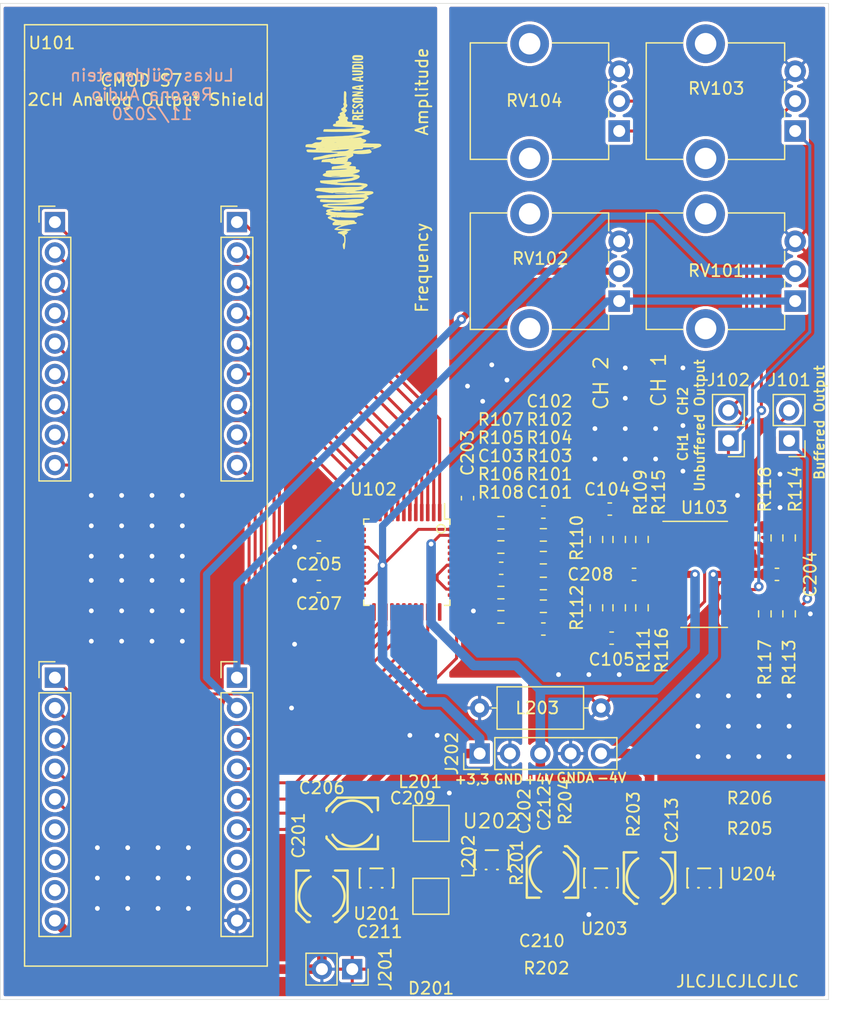
<source format=kicad_pcb>
(kicad_pcb (version 20171130) (host pcbnew 5.1.7)
  (layers (0 F.Cu signal) (31 B.Cu signal) (34 B.Paste user) (35 F.Paste user) (36 B.SilkS user) (37 F.SilkS user) (38 B.Mask user) (39 F.Mask user) (44 Edge.Cuts user))
  (net 0 "")
  (net 1 GNDA)
  (net 2 /DAC_OUT1)
  (net 3 /DB5P1)
  (net 4 /DB6P1)
  (net 5 /DB4P1)
  (net 6 /DB8P1)
  (net 7 /DB3P1)
  (net 8 /DB1P1)
  (net 9 /DB7P1)
  (net 10 /DB2P1)
  (net 11 /DB0P1)
  (net 12 /SLEEP)
  (net 13 /DB1P2)
  (net 14 /DB0P2)
  (net 15 /DB10P1)
  (net 16 /DB11P1)
  (net 17 /DB9P1)
  (net 18 /DB8P2)
  (net 19 /DB7P2)
  (net 20 /DB9P2)
  (net 21 /DB5P2)
  (net 22 /DB10P2)
  (net 23 /DB6P2)
  (net 24 /DB11P2)
  (net 25 /DB2P2)
  (net 26 /DB3P2)
  (net 27 /DB4P2)
  (net 28 +3V3)
  (net 29 /DAC_OUT2)
  (net 30 /DAC_OUT2_BUF)
  (net 31 /DAC_OUT1_BUF)
  (net 32 /CLK_1)
  (net 33 /CLK_2)
  (net 34 GND)
  (net 35 +5V)
  (net 36 -5V)
  (net 37 VDDA)
  (net 38 VSSA)
  (net 39 "Net-(C101-Pad1)")
  (net 40 "Net-(C102-Pad1)")
  (net 41 "Net-(C103-Pad1)")
  (net 42 "Net-(R101-Pad1)")
  (net 43 "Net-(R102-Pad1)")
  (net 44 "Net-(R109-Pad1)")
  (net 45 "Net-(R110-Pad1)")
  (net 46 "Net-(R111-Pad1)")
  (net 47 "Net-(R112-Pad1)")
  (net 48 "Net-(R113-Pad1)")
  (net 49 "Net-(R114-Pad1)")
  (net 50 "Net-(R203-Pad2)")
  (net 51 "Net-(R205-Pad2)")
  (net 52 "Net-(RV101-Pad2)")
  (net 53 "Net-(RV102-Pad2)")
  (net 54 "Net-(RV103-Pad2)")
  (net 55 "Net-(RV104-Pad2)")
  (net 56 "Net-(U102-Pad36)")
  (net 57 "Net-(U102-Pad35)")
  (net 58 "Net-(U102-Pad14)")
  (net 59 "Net-(U102-Pad13)")
  (net 60 "Net-(U201-Pad4)")
  (net 61 "Net-(C209-Pad2)")
  (net 62 "Net-(C209-Pad1)")
  (net 63 "Net-(C210-Pad2)")
  (net 64 /I_OUT1+)
  (net 65 /I_OUT1-)
  (net 66 /I_OUT2+)
  (net 67 /I_OUT2-)
  (net 68 /NC)
  (module resona_logo:Logo_kicad_teeny (layer F.Cu) (at 219.202 66.802 90)
    (fp_text reference G*** hide)
    (fp_text value LOGO hide)
  )
  (module Inductor_THT:L_Axial_L7.0mm_D3.3mm_P10.16mm_Horizontal_Fastron_MICC (layer F.Cu) (at 240.792 113.284 180)
    (fp_text reference L203 (at 5.334 0) (layer F.SilkS))
    (fp_text value 5uH)
    (pad 2 thru_hole oval (at 10.16 0 180) (size 1.6 1.6) (drill 0.8) (layers *.Cu *.Mask) (net 34 GND))
    (pad 1 thru_hole circle (at 0 0 180) (size 1.6 1.6) (drill 0.8) (layers *.Cu *.Mask) (net 1 GNDA))
  )
  (module Resistor_SMD:R_0603_1608Metric_Pad0.98x0.95mm_HandSolder (layer F.Cu) (at 254.508 99.06 270)
    (fp_text reference R118 (at -4.064 0 90) (layer F.SilkS))
    (fp_text value R_Small)
    (pad 2 smd roundrect (at 0.9125 0 270) (size 0.975 0.95) (layers F.Cu F.Paste F.Mask) (net 49 "Net-(R114-Pad1)"))
    (pad 1 smd roundrect (at -0.9125 0 270) (size 0.975 0.95) (layers F.Cu F.Paste F.Mask) (net 30 /DAC_OUT2_BUF))
  )
  (module Resistor_SMD:R_0603_1608Metric_Pad0.98x0.95mm_HandSolder (layer F.Cu) (at 254.508 105.41 90)
    (fp_text reference R117 (at -4.064 0 90) (layer F.SilkS))
    (fp_text value R_Small)
    (pad 2 smd roundrect (at 0.9125 0 90) (size 0.975 0.95) (layers F.Cu F.Paste F.Mask) (net 48 "Net-(R113-Pad1)"))
    (pad 1 smd roundrect (at -0.9125 0 90) (size 0.975 0.95) (layers F.Cu F.Paste F.Mask) (net 31 /DAC_OUT1_BUF))
  )
  (module Resistor_SMD:R_0603_1608Metric_Pad0.98x0.95mm_HandSolder (layer F.Cu) (at 244.221 104.902 90)
    (fp_text reference R116 (at -3.556 1.651 90) (layer F.SilkS))
    (fp_text value 500R)
    (pad 2 smd roundrect (at 0.9125 0 90) (size 0.975 0.95) (layers F.Cu F.Paste F.Mask) (net 46 "Net-(R111-Pad1)"))
    (pad 1 smd roundrect (at -0.9125 0 90) (size 0.975 0.95) (layers F.Cu F.Paste F.Mask) (net 29 /DAC_OUT2))
  )
  (module Resistor_SMD:R_0603_1608Metric_Pad0.98x0.95mm_HandSolder (layer F.Cu) (at 244.221 99.187 270)
    (fp_text reference R115 (at -3.937 -1.397 90) (layer F.SilkS))
    (fp_text value 500R)
    (pad 2 smd roundrect (at 0.9125 0 270) (size 0.975 0.95) (layers F.Cu F.Paste F.Mask) (net 44 "Net-(R109-Pad1)"))
    (pad 1 smd roundrect (at -0.9125 0 270) (size 0.975 0.95) (layers F.Cu F.Paste F.Mask) (net 2 /DAC_OUT1))
  )
  (module Resistor_SMD:R_0603_1608Metric_Pad0.98x0.95mm_HandSolder (layer F.Cu) (at 256.54 99.06 90)
    (fp_text reference R114 (at 4.064 0.508 90) (layer F.SilkS))
    (fp_text value R_Small)
    (pad 2 smd roundrect (at 0.9125 0 90) (size 0.975 0.95) (layers F.Cu F.Paste F.Mask) (net 1 GNDA))
    (pad 1 smd roundrect (at -0.9125 0 90) (size 0.975 0.95) (layers F.Cu F.Paste F.Mask) (net 49 "Net-(R114-Pad1)"))
  )
  (module Resistor_SMD:R_0603_1608Metric_Pad0.98x0.95mm_HandSolder (layer F.Cu) (at 256.54 105.41 270)
    (fp_text reference R113 (at 4.064 0 90) (layer F.SilkS))
    (fp_text value R_Small)
    (pad 2 smd roundrect (at 0.9125 0 270) (size 0.975 0.95) (layers F.Cu F.Paste F.Mask) (net 1 GNDA))
    (pad 1 smd roundrect (at -0.9125 0 270) (size 0.975 0.95) (layers F.Cu F.Paste F.Mask) (net 48 "Net-(R113-Pad1)"))
  )
  (module Resistor_SMD:R_0603_1608Metric_Pad0.98x0.95mm_HandSolder (layer F.Cu) (at 240.411 104.902 270)
    (fp_text reference R112 (at 0 1.651 90) (layer F.SilkS))
    (fp_text value 225R)
    (pad 2 smd roundrect (at 0.9125 0 270) (size 0.975 0.95) (layers F.Cu F.Paste F.Mask) (net 67 /I_OUT2-))
    (pad 1 smd roundrect (at -0.9125 0 270) (size 0.975 0.95) (layers F.Cu F.Paste F.Mask) (net 47 "Net-(R112-Pad1)"))
  )
  (module Resistor_SMD:R_0603_1608Metric_Pad0.98x0.95mm_HandSolder (layer F.Cu) (at 242.316 104.902 270)
    (fp_text reference R111 (at 3.556 -2.032 90) (layer F.SilkS))
    (fp_text value 225R)
    (pad 2 smd roundrect (at 0.9125 0 270) (size 0.975 0.95) (layers F.Cu F.Paste F.Mask) (net 66 /I_OUT2+))
    (pad 1 smd roundrect (at -0.9125 0 270) (size 0.975 0.95) (layers F.Cu F.Paste F.Mask) (net 46 "Net-(R111-Pad1)"))
  )
  (module Resistor_SMD:R_0603_1608Metric_Pad0.98x0.95mm_HandSolder (layer F.Cu) (at 240.411 99.187 90)
    (fp_text reference R110 (at 0.127 -1.651 90) (layer F.SilkS))
    (fp_text value 225R)
    (pad 2 smd roundrect (at 0.9125 0 90) (size 0.975 0.95) (layers F.Cu F.Paste F.Mask) (net 65 /I_OUT1-))
    (pad 1 smd roundrect (at -0.9125 0 90) (size 0.975 0.95) (layers F.Cu F.Paste F.Mask) (net 45 "Net-(R110-Pad1)"))
  )
  (module Resistor_SMD:R_0603_1608Metric_Pad0.98x0.95mm_HandSolder (layer F.Cu) (at 242.316 99.187 90)
    (fp_text reference R109 (at 3.937 1.778 90) (layer F.SilkS))
    (fp_text value 225R)
    (pad 2 smd roundrect (at 0.9125 0 90) (size 0.975 0.95) (layers F.Cu F.Paste F.Mask) (net 64 /I_OUT1+))
    (pad 1 smd roundrect (at -0.9125 0 90) (size 0.975 0.95) (layers F.Cu F.Paste F.Mask) (net 44 "Net-(R109-Pad1)"))
  )
  (module Resistor_SMD:R_0603_1608Metric_Pad0.98x0.95mm_HandSolder (layer F.Cu) (at 232.41 105.664)
    (fp_text reference R108 (at 0 -10.414) (layer F.SilkS))
    (fp_text value 25R)
    (pad 2 smd roundrect (at 0.9125 0) (size 0.975 0.95) (layers F.Cu F.Paste F.Mask) (net 1 GNDA))
    (pad 1 smd roundrect (at -0.9125 0) (size 0.975 0.95) (layers F.Cu F.Paste F.Mask) (net 66 /I_OUT2+))
  )
  (module Resistor_SMD:R_0603_1608Metric_Pad0.98x0.95mm_HandSolder (layer F.Cu) (at 232.41 97.79)
    (fp_text reference R107 (at 0 -8.636) (layer F.SilkS))
    (fp_text value 25R)
    (pad 2 smd roundrect (at 0.9125 0) (size 0.975 0.95) (layers F.Cu F.Paste F.Mask) (net 1 GNDA))
    (pad 1 smd roundrect (at -0.9125 0) (size 0.975 0.95) (layers F.Cu F.Paste F.Mask) (net 64 /I_OUT1+))
  )
  (module Resistor_SMD:R_0603_1608Metric_Pad0.98x0.95mm_HandSolder (layer F.Cu) (at 232.41 103.632)
    (fp_text reference R106 (at 0 -9.906) (layer F.SilkS))
    (fp_text value 25R)
    (pad 2 smd roundrect (at 0.9125 0) (size 0.975 0.95) (layers F.Cu F.Paste F.Mask) (net 1 GNDA))
    (pad 1 smd roundrect (at -0.9125 0) (size 0.975 0.95) (layers F.Cu F.Paste F.Mask) (net 67 /I_OUT2-))
  )
  (module Resistor_SMD:R_0603_1608Metric_Pad0.98x0.95mm_HandSolder (layer F.Cu) (at 232.41 99.822)
    (fp_text reference R105 (at 0 -9.144) (layer F.SilkS))
    (fp_text value 25R)
    (pad 2 smd roundrect (at 0.9125 0) (size 0.975 0.95) (layers F.Cu F.Paste F.Mask) (net 1 GNDA))
    (pad 1 smd roundrect (at -0.9125 0) (size 0.975 0.95) (layers F.Cu F.Paste F.Mask) (net 65 /I_OUT1-))
  )
  (module Resistor_SMD:R_0603_1608Metric_Pad0.98x0.95mm_HandSolder (layer F.Cu) (at 235.966 100.711)
    (fp_text reference R104 (at 0.508 -10.033) (layer F.SilkS))
    (fp_text value 2k)
    (pad 2 smd roundrect (at 0.9125 0) (size 0.975 0.95) (layers F.Cu F.Paste F.Mask) (net 1 GNDA))
    (pad 1 smd roundrect (at -0.9125 0) (size 0.975 0.95) (layers F.Cu F.Paste F.Mask) (net 43 "Net-(R102-Pad1)"))
  )
  (module Resistor_SMD:R_0603_1608Metric_Pad0.98x0.95mm_HandSolder (layer F.Cu) (at 235.966 102.87)
    (fp_text reference R103 (at 0.508 -10.668) (layer F.SilkS))
    (fp_text value 2k)
    (pad 2 smd roundrect (at 0.9125 0) (size 0.975 0.95) (layers F.Cu F.Paste F.Mask) (net 1 GNDA))
    (pad 1 smd roundrect (at -0.9125 0) (size 0.975 0.95) (layers F.Cu F.Paste F.Mask) (net 42 "Net-(R101-Pad1)"))
  )
  (module Resistor_SMD:R_0603_1608Metric_Pad0.98x0.95mm_HandSolder (layer F.Cu) (at 235.966 98.806 180)
    (fp_text reference R102 (at -0.508 9.652) (layer F.SilkS))
    (fp_text value 256)
    (pad 2 smd roundrect (at 0.9125 0 180) (size 0.975 0.95) (layers F.Cu F.Paste F.Mask) (net 40 "Net-(C102-Pad1)"))
    (pad 1 smd roundrect (at -0.9125 0 180) (size 0.975 0.95) (layers F.Cu F.Paste F.Mask) (net 43 "Net-(R102-Pad1)"))
  )
  (module Resistor_SMD:R_0603_1608Metric_Pad0.98x0.95mm_HandSolder (layer F.Cu) (at 235.966 104.775 180)
    (fp_text reference R101 (at -0.508 11.049) (layer F.SilkS))
    (fp_text value 256)
    (pad 2 smd roundrect (at 0.9125 0 180) (size 0.975 0.95) (layers F.Cu F.Paste F.Mask) (net 39 "Net-(C101-Pad1)"))
    (pad 1 smd roundrect (at -0.9125 0 180) (size 0.975 0.95) (layers F.Cu F.Paste F.Mask) (net 42 "Net-(R101-Pad1)"))
  )
  (module Capacitor_SMD:C_0603_1608Metric_Pad1.08x0.95mm_HandSolder (layer F.Cu) (at 243.5605 102.108 180)
    (fp_text reference C208 (at 3.6575 0) (layer F.SilkS))
    (fp_text value 100nF)
    (pad 2 smd roundrect (at 0.8625 0 180) (size 1.075 0.95) (layers F.Cu F.Paste F.Mask) (net 1 GNDA))
    (pad 1 smd roundrect (at -0.8625 0 180) (size 1.075 0.95) (layers F.Cu F.Paste F.Mask) (net 37 VDDA))
  )
  (module Capacitor_SMD:C_0603_1608Metric_Pad1.08x0.95mm_HandSolder (layer F.Cu) (at 217.17 103.124 180)
    (fp_text reference C207 (at 0 -1.43) (layer F.SilkS))
    (fp_text value 100nF)
    (pad 2 smd roundrect (at 0.8625 0 180) (size 1.075 0.95) (layers F.Cu F.Paste F.Mask) (net 34 GND))
    (pad 1 smd roundrect (at -0.8625 0 180) (size 1.075 0.95) (layers F.Cu F.Paste F.Mask) (net 28 +3V3))
  )
  (module Capacitor_SMD:C_0603_1608Metric_Pad1.08x0.95mm_HandSolder (layer F.Cu) (at 217.17 99.822 180)
    (fp_text reference C205 (at 0 -1.43) (layer F.SilkS))
    (fp_text value 100nF)
    (pad 2 smd roundrect (at 0.8625 0 180) (size 1.075 0.95) (layers F.Cu F.Paste F.Mask) (net 34 GND))
    (pad 1 smd roundrect (at -0.8625 0 180) (size 1.075 0.95) (layers F.Cu F.Paste F.Mask) (net 28 +3V3))
  )
  (module Capacitor_SMD:C_0603_1608Metric_Pad1.08x0.95mm_HandSolder (layer F.Cu) (at 255.524 102.108 180)
    (fp_text reference C204 (at -2.794 0 90) (layer F.SilkS))
    (fp_text value 100nF)
    (pad 2 smd roundrect (at 0.8625 0 180) (size 1.075 0.95) (layers F.Cu F.Paste F.Mask) (net 38 VSSA))
    (pad 1 smd roundrect (at -0.8625 0 180) (size 1.075 0.95) (layers F.Cu F.Paste F.Mask) (net 1 GNDA))
  )
  (module Capacitor_SMD:C_0603_1608Metric_Pad1.08x0.95mm_HandSolder (layer F.Cu) (at 229.616 95.7325 90)
    (fp_text reference C203 (at 3.7845 0 90) (layer F.SilkS))
    (fp_text value 100nF)
    (pad 2 smd roundrect (at 0.8625 0 90) (size 1.075 0.95) (layers F.Cu F.Paste F.Mask) (net 1 GNDA))
    (pad 1 smd roundrect (at -0.8625 0 90) (size 1.075 0.95) (layers F.Cu F.Paste F.Mask) (net 37 VDDA))
  )
  (module Capacitor_SMD:C_0603_1608Metric_Pad1.08x0.95mm_HandSolder (layer F.Cu) (at 241.681 107.442)
    (fp_text reference C105 (at 0 1.778) (layer F.SilkS))
    (fp_text value 100nF)
    (pad 2 smd roundrect (at 0.8625 0) (size 1.075 0.95) (layers F.Cu F.Paste F.Mask) (net 66 /I_OUT2+))
    (pad 1 smd roundrect (at -0.8625 0) (size 1.075 0.95) (layers F.Cu F.Paste F.Mask) (net 67 /I_OUT2-))
  )
  (module Capacitor_SMD:C_0603_1608Metric_Pad1.08x0.95mm_HandSolder (layer F.Cu) (at 241.5285 96.647)
    (fp_text reference C104 (at -0.2285 -1.651) (layer F.SilkS))
    (fp_text value 100nF)
    (pad 2 smd roundrect (at 0.8625 0) (size 1.075 0.95) (layers F.Cu F.Paste F.Mask) (net 64 /I_OUT1+))
    (pad 1 smd roundrect (at -0.8625 0) (size 1.075 0.95) (layers F.Cu F.Paste F.Mask) (net 65 /I_OUT1-))
  )
  (module Capacitor_SMD:C_0603_1608Metric_Pad1.08x0.95mm_HandSolder (layer F.Cu) (at 232.4355 101.6)
    (fp_text reference C103 (at -0.0255 -9.398) (layer F.SilkS))
    (fp_text value 0.1uF)
    (pad 2 smd roundrect (at 0.8625 0) (size 1.075 0.95) (layers F.Cu F.Paste F.Mask) (net 1 GNDA))
    (pad 1 smd roundrect (at -0.8625 0) (size 1.075 0.95) (layers F.Cu F.Paste F.Mask) (net 41 "Net-(C103-Pad1)"))
  )
  (module Capacitor_SMD:C_0603_1608Metric_Pad1.08x0.95mm_HandSolder (layer F.Cu) (at 235.966 96.901)
    (fp_text reference C102 (at 0.508 -9.271) (layer F.SilkS))
    (fp_text value 22nF)
    (pad 2 smd roundrect (at 0.8625 0) (size 1.075 0.95) (layers F.Cu F.Paste F.Mask) (net 1 GNDA))
    (pad 1 smd roundrect (at -0.8625 0) (size 1.075 0.95) (layers F.Cu F.Paste F.Mask) (net 40 "Net-(C102-Pad1)"))
  )
  (module Capacitor_SMD:C_0603_1608Metric_Pad1.08x0.95mm_HandSolder (layer F.Cu) (at 235.966 106.68)
    (fp_text reference C101 (at 0.508 -11.43) (layer F.SilkS))
    (fp_text value 22nF)
    (pad 2 smd roundrect (at 0.8625 0) (size 1.075 0.95) (layers F.Cu F.Paste F.Mask) (net 1 GNDA))
    (pad 1 smd roundrect (at -0.8625 0) (size 1.075 0.95) (layers F.Cu F.Paste F.Mask) (net 39 "Net-(C101-Pad1)"))
  )
  (module DSC-Supply:L0315 (layer F.Cu) (at 226.544 129.032 270)
    (fp_text reference L202 (at -1.397 -2.564 90) (layer F.SilkS) (effects (justify left top)))
    (fp_text value 22u)
    (pad 2 smd rect (at 0 1.5 270) (size 2.6 1.8) (layers F.Cu F.Paste F.Mask) (net 62 "Net-(C209-Pad1)"))
    (pad 1 smd rect (at 0 -1.5 270) (size 2.6 1.8) (layers F.Cu F.Paste F.Mask) (net 36 -5V))
  )
  (module DSC-Supply:L0315 (layer F.Cu) (at 226.568 122.936 90)
    (fp_text reference L201 (at 4.064 1.016) (layer F.SilkS) (effects (justify right top)))
    (fp_text value 22u)
    (pad 2 smd rect (at 0 1.5 90) (size 2.6 1.8) (layers F.Cu F.Paste F.Mask) (net 35 +5V))
    (pad 1 smd rect (at 0 -1.5 90) (size 2.6 1.8) (layers F.Cu F.Paste F.Mask) (net 61 "Net-(C209-Pad2)"))
  )
  (module Package_SO:SOIC-14_3.9x8.7mm_P1.27mm (layer F.Cu) (at 249.428 102.108)
    (fp_text reference U103 (at 0 -5.588) (layer F.SilkS))
    (fp_text value TL074)
    (pad 14 smd roundrect (at 2.475 -3.81) (size 1.95 0.6) (layers F.Cu F.Paste F.Mask) (net 30 /DAC_OUT2_BUF))
    (pad 13 smd roundrect (at 2.475 -2.54) (size 1.95 0.6) (layers F.Cu F.Paste F.Mask) (net 49 "Net-(R114-Pad1)"))
    (pad 12 smd roundrect (at 2.475 -1.27) (size 1.95 0.6) (layers F.Cu F.Paste F.Mask) (net 55 "Net-(RV104-Pad2)"))
    (pad 11 smd roundrect (at 2.475 0) (size 1.95 0.6) (layers F.Cu F.Paste F.Mask) (net 38 VSSA))
    (pad 10 smd roundrect (at 2.475 1.27) (size 1.95 0.6) (layers F.Cu F.Paste F.Mask) (net 54 "Net-(RV103-Pad2)"))
    (pad 9 smd roundrect (at 2.475 2.54) (size 1.95 0.6) (layers F.Cu F.Paste F.Mask) (net 48 "Net-(R113-Pad1)"))
    (pad 8 smd roundrect (at 2.475 3.81) (size 1.95 0.6) (layers F.Cu F.Paste F.Mask) (net 31 /DAC_OUT1_BUF))
    (pad 7 smd roundrect (at -2.475 3.81) (size 1.95 0.6) (layers F.Cu F.Paste F.Mask) (net 29 /DAC_OUT2))
    (pad 6 smd roundrect (at -2.475 2.54) (size 1.95 0.6) (layers F.Cu F.Paste F.Mask) (net 46 "Net-(R111-Pad1)"))
    (pad 5 smd roundrect (at -2.475 1.27) (size 1.95 0.6) (layers F.Cu F.Paste F.Mask) (net 47 "Net-(R112-Pad1)"))
    (pad 4 smd roundrect (at -2.475 0) (size 1.95 0.6) (layers F.Cu F.Paste F.Mask) (net 37 VDDA))
    (pad 3 smd roundrect (at -2.475 -1.27) (size 1.95 0.6) (layers F.Cu F.Paste F.Mask) (net 45 "Net-(R110-Pad1)"))
    (pad 2 smd roundrect (at -2.475 -2.54) (size 1.95 0.6) (layers F.Cu F.Paste F.Mask) (net 44 "Net-(R109-Pad1)"))
    (pad 1 smd roundrect (at -2.475 -3.81) (size 1.95 0.6) (layers F.Cu F.Paste F.Mask) (net 2 /DAC_OUT1))
  )
  (module DSC-Supply:SOT23-DBV (layer F.Cu) (at 249.428 127.508)
    (fp_text reference U204 (at 2.032 0.254) (layer F.SilkS) (effects (justify left bottom)))
    (fp_text value TPS72301)
    (pad 5 smd rect (at -0.95 -1.3) (size 0.55 1.2) (layers F.Cu F.Paste F.Mask) (net 38 VSSA))
    (pad 4 smd rect (at 0.95 -1.3) (size 0.55 1.2) (layers F.Cu F.Paste F.Mask) (net 51 "Net-(R205-Pad2)"))
    (pad 3 smd rect (at 0.95 1.3) (size 0.55 1.2) (layers F.Cu F.Paste F.Mask) (net 36 -5V))
    (pad 2 smd rect (at 0 1.3) (size 0.55 1.2) (layers F.Cu F.Paste F.Mask) (net 36 -5V))
    (pad 1 smd rect (at -0.95 1.3) (size 0.55 1.2) (layers F.Cu F.Paste F.Mask) (net 1 GNDA))
  )
  (module DSC-Supply:SOT23-DBV (layer F.Cu) (at 240.792 127.508)
    (fp_text reference U203 (at -1.778 4.826) (layer F.SilkS) (effects (justify left bottom)))
    (fp_text value TPS76901)
    (pad 5 smd rect (at -0.95 -1.3) (size 0.55 1.2) (layers F.Cu F.Paste F.Mask) (net 37 VDDA))
    (pad 4 smd rect (at 0.95 -1.3) (size 0.55 1.2) (layers F.Cu F.Paste F.Mask) (net 50 "Net-(R203-Pad2)"))
    (pad 3 smd rect (at 0.95 1.3) (size 0.55 1.2) (layers F.Cu F.Paste F.Mask) (net 1 GNDA))
    (pad 2 smd rect (at 0 1.3) (size 0.55 1.2) (layers F.Cu F.Paste F.Mask) (net 1 GNDA))
    (pad 1 smd rect (at -0.95 1.3) (size 0.55 1.2) (layers F.Cu F.Paste F.Mask) (net 35 +5V))
  )
  (module DSC-Supply:SOT23-DBV (layer F.Cu) (at 231.648 125.984)
    (fp_text reference U202 (at -2.54 -2.54) (layer F.SilkS) (effects (font (size 1.2065 1.2065)) (justify left bottom)))
    (fp_text value LM2611)
    (pad 5 smd rect (at -0.95 -1.3) (size 0.55 1.2) (layers F.Cu F.Paste F.Mask) (net 35 +5V))
    (pad 4 smd rect (at 0.95 -1.3) (size 0.55 1.2) (layers F.Cu F.Paste F.Mask) (net 35 +5V))
    (pad 3 smd rect (at 0.95 1.3) (size 0.55 1.2) (layers F.Cu F.Paste F.Mask) (net 63 "Net-(C210-Pad2)"))
    (pad 2 smd rect (at 0 1.3) (size 0.55 1.2) (layers F.Cu F.Paste F.Mask) (net 34 GND))
    (pad 1 smd rect (at -0.95 1.3) (size 0.55 1.2) (layers F.Cu F.Paste F.Mask) (net 61 "Net-(C209-Pad2)"))
  )
  (module DSC-Supply:SOT23-DBV (layer F.Cu) (at 221.996 127.508)
    (fp_text reference U201 (at -2.032 3.556) (layer F.SilkS) (effects (justify left bottom)))
    (fp_text value TPS76933)
    (pad 5 smd rect (at -0.95 -1.3) (size 0.55 1.2) (layers F.Cu F.Paste F.Mask) (net 28 +3V3))
    (pad 4 smd rect (at 0.95 -1.3) (size 0.55 1.2) (layers F.Cu F.Paste F.Mask) (net 60 "Net-(U201-Pad4)"))
    (pad 3 smd rect (at 0.95 1.3) (size 0.55 1.2) (layers F.Cu F.Paste F.Mask) (net 34 GND))
    (pad 2 smd rect (at 0 1.3) (size 0.55 1.2) (layers F.Cu F.Paste F.Mask) (net 34 GND))
    (pad 1 smd rect (at -0.95 1.3) (size 0.55 1.2) (layers F.Cu F.Paste F.Mask) (net 35 +5V))
  )
  (module DSC-Supply:C0805 (layer F.Cu) (at 249.428 120.904 180)
    (fp_text reference R206 (at -5.842 -0.508) (layer F.SilkS) (effects (justify right bottom)))
    (fp_text value 30k)
    (pad 2 smd rect (at 0.95 0 180) (size 1.3 1.5) (layers F.Cu F.Paste F.Mask) (net 1 GNDA))
    (pad 1 smd rect (at -0.95 0 180) (size 1.3 1.5) (layers F.Cu F.Paste F.Mask) (net 51 "Net-(R205-Pad2)"))
  )
  (module DSC-Supply:C0805 (layer F.Cu) (at 249.362 123.444)
    (fp_text reference R205 (at 1.844 0.508) (layer F.SilkS) (effects (justify left bottom)))
    (fp_text value 30k)
    (pad 2 smd rect (at 0.95 0) (size 1.3 1.5) (layers F.Cu F.Paste F.Mask) (net 51 "Net-(R205-Pad2)"))
    (pad 1 smd rect (at -0.95 0) (size 1.3 1.5) (layers F.Cu F.Paste F.Mask) (net 38 VSSA))
  )
  (module DSC-Supply:C0805 (layer F.Cu) (at 240.792 120.904 180)
    (fp_text reference R204 (at 2.413 1.778 90) (layer F.SilkS) (effects (justify right bottom)))
    (fp_text value 30k)
    (pad 2 smd rect (at 0.95 0 180) (size 1.3 1.5) (layers F.Cu F.Paste F.Mask) (net 1 GNDA))
    (pad 1 smd rect (at -0.95 0 180) (size 1.3 1.5) (layers F.Cu F.Paste F.Mask) (net 50 "Net-(R203-Pad2)"))
  )
  (module DSC-Supply:C0805 (layer F.Cu) (at 240.792 123.444)
    (fp_text reference R203 (at 3.302 0.762 90) (layer F.SilkS) (effects (justify left bottom)))
    (fp_text value 30k)
    (pad 2 smd rect (at 0.95 0) (size 1.3 1.5) (layers F.Cu F.Paste F.Mask) (net 50 "Net-(R203-Pad2)"))
    (pad 1 smd rect (at -0.95 0) (size 1.3 1.5) (layers F.Cu F.Paste F.Mask) (net 37 VDDA))
  )
  (module DSC-Supply:C0805 (layer F.Cu) (at 231.648 134.62 180)
    (fp_text reference R202 (at -6.604 -1.016) (layer F.SilkS) (effects (justify right bottom)))
    (fp_text value 10k)
    (pad 2 smd rect (at 0.95 0 180) (size 1.3 1.5) (layers F.Cu F.Paste F.Mask) (net 34 GND))
    (pad 1 smd rect (at -0.95 0 180) (size 1.3 1.5) (layers F.Cu F.Paste F.Mask) (net 63 "Net-(C210-Pad2)"))
  )
  (module DSC-Supply:C0805 (layer F.Cu) (at 231.648 129.54)
    (fp_text reference R201 (at 2.667 -1.27 90) (layer F.SilkS) (effects (justify left bottom)))
    (fp_text value 29k4)
    (pad 2 smd rect (at 0.95 0) (size 1.3 1.5) (layers F.Cu F.Paste F.Mask) (net 63 "Net-(C210-Pad2)"))
    (pad 1 smd rect (at -0.95 0) (size 1.3 1.5) (layers F.Cu F.Paste F.Mask) (net 61 "Net-(C209-Pad2)"))
  )
  (module Connector_PinHeader_2.54mm:PinHeader_1x05_P2.54mm_Vertical (layer F.Cu) (at 230.632 117.094 90)
    (fp_text reference J202 (at 0 -2.33 90) (layer F.SilkS))
    (fp_text value "Power Output")
    (pad 5 thru_hole oval (at 0 10.16 90) (size 1.7 1.7) (drill 1) (layers *.Cu *.Mask) (net 38 VSSA))
    (pad 4 thru_hole oval (at 0 7.62 90) (size 1.7 1.7) (drill 1) (layers *.Cu *.Mask) (net 1 GNDA))
    (pad 3 thru_hole oval (at 0 5.08 90) (size 1.7 1.7) (drill 1) (layers *.Cu *.Mask) (net 37 VDDA))
    (pad 2 thru_hole oval (at 0 2.54 90) (size 1.7 1.7) (drill 1) (layers *.Cu *.Mask) (net 34 GND))
    (pad 1 thru_hole rect (at 0 0 90) (size 1.7 1.7) (drill 1) (layers *.Cu *.Mask) (net 28 +3V3))
  )
  (module Connector_PinSocket_2.54mm:PinSocket_1x02_P2.54mm_Vertical (layer F.Cu) (at 219.964 135.128 270)
    (fp_text reference J201 (at 0 -2.77 90) (layer F.SilkS))
    (fp_text value "Power Input")
    (pad 2 thru_hole oval (at 0 2.54 270) (size 1.7 1.7) (drill 1) (layers *.Cu *.Mask) (net 35 +5V))
    (pad 1 thru_hole rect (at 0 0 270) (size 1.7 1.7) (drill 1) (layers *.Cu *.Mask) (net 34 GND))
  )
  (module DSC-Supply:SOD123 (layer F.Cu) (at 226.568 134.62 180)
    (fp_text reference D201 (at 2.032 -1.524) (layer F.SilkS) (effects (justify left top)))
    (fp_text value MBR0520LT)
    (pad 2 smd rect (at 1.9 0 180) (size 1.4 1.4) (layers F.Cu F.Paste F.Mask) (net 62 "Net-(C209-Pad1)"))
    (pad 1 smd rect (at -1.9 0 180) (size 1.4 1.4) (layers F.Cu F.Paste F.Mask) (net 34 GND))
  )
  (module DSC-Supply:153CLV-0405 (layer F.Cu) (at 244.856 127.508 270)
    (fp_text reference C213 (at -2.794 -1.27 90) (layer F.SilkS) (effects (justify left top)))
    (fp_text value 10u)
    (pad 2 smd rect (at -1.8 0 270) (size 2.6 1.6) (layers F.Cu F.Paste F.Mask) (net 38 VSSA))
    (pad 1 smd rect (at 1.8 0 270) (size 2.6 1.6) (layers F.Cu F.Paste F.Mask) (net 1 GNDA))
  )
  (module DSC-Supply:153CLV-0405 (layer F.Cu) (at 236.728 127 90)
    (fp_text reference C212 (at 7.366 -1.27 90) (layer F.SilkS) (effects (justify right top)))
    (fp_text value 10u)
    (pad 2 smd rect (at -1.8 0 90) (size 2.6 1.6) (layers F.Cu F.Paste F.Mask) (net 1 GNDA))
    (pad 1 smd rect (at 1.8 0 90) (size 2.6 1.6) (layers F.Cu F.Paste F.Mask) (net 37 VDDA))
  )
  (module DSC-Supply:C0805 (layer F.Cu) (at 227.076 132.08)
    (fp_text reference C211 (at -6.858 0.508 180) (layer F.SilkS) (effects (justify left bottom)))
    (fp_text value 22u)
    (pad 2 smd rect (at 0.95 0) (size 1.3 1.5) (layers F.Cu F.Paste F.Mask) (net 36 -5V))
    (pad 1 smd rect (at -0.95 0) (size 1.3 1.5) (layers F.Cu F.Paste F.Mask) (net 34 GND))
  )
  (module DSC-Supply:C0805 (layer F.Cu) (at 231.648 132.08)
    (fp_text reference C210 (at 2.159 1.27) (layer F.SilkS) (effects (justify left bottom)))
    (fp_text value 1n)
    (pad 2 smd rect (at 0.95 0) (size 1.3 1.5) (layers F.Cu F.Paste F.Mask) (net 63 "Net-(C210-Pad2)"))
    (pad 1 smd rect (at -0.95 0) (size 1.3 1.5) (layers F.Cu F.Paste F.Mask) (net 61 "Net-(C209-Pad2)"))
  )
  (module DSC-Supply:C0805 (layer F.Cu) (at 227.076 125.984)
    (fp_text reference C209 (at -4.064 -4.572) (layer F.SilkS) (effects (justify left bottom)))
    (fp_text value 2u2)
    (pad 2 smd rect (at 0.95 0) (size 1.3 1.5) (layers F.Cu F.Paste F.Mask) (net 61 "Net-(C209-Pad2)"))
    (pad 1 smd rect (at -0.95 0) (size 1.3 1.5) (layers F.Cu F.Paste F.Mask) (net 62 "Net-(C209-Pad1)"))
  )
  (module DSC-Supply:153CLV-0405 (layer F.Cu) (at 219.964 122.936 180)
    (fp_text reference C206 (at 4.572 3.556) (layer F.SilkS) (effects (justify left top)))
    (fp_text value 10u)
    (pad 2 smd rect (at -1.8 0 180) (size 2.6 1.6) (layers F.Cu F.Paste F.Mask) (net 34 GND))
    (pad 1 smd rect (at 1.8 0 180) (size 2.6 1.6) (layers F.Cu F.Paste F.Mask) (net 28 +3V3))
  )
  (module DSC-Supply:C0805 (layer F.Cu) (at 231.648 120.904)
    (fp_text reference C202 (at 3.302 3.048 90) (layer F.SilkS) (effects (justify left bottom)))
    (fp_text value 22u)
    (pad 2 smd rect (at 0.95 0) (size 1.3 1.5) (layers F.Cu F.Paste F.Mask) (net 35 +5V))
    (pad 1 smd rect (at -0.95 0) (size 1.3 1.5) (layers F.Cu F.Paste F.Mask) (net 34 GND))
  )
  (module DSC-Supply:153CLV-0405 (layer F.Cu) (at 217.424 129.032 270)
    (fp_text reference C201 (at -3.048 2.54 90) (layer F.SilkS) (effects (justify left top)))
    (fp_text value 10u)
    (pad 2 smd rect (at -1.8 0 270) (size 2.6 1.6) (layers F.Cu F.Paste F.Mask) (net 34 GND))
    (pad 1 smd rect (at 1.8 0 270) (size 2.6 1.6) (layers F.Cu F.Paste F.Mask) (net 35 +5V))
  )
  (module signal_generator:CMODS7-25 (layer F.Cu) (at 195.072 72.644)
    (fp_text reference U101 (at -0.254 -14.986) (layer F.SilkS))
    (fp_text value Digilent_CMOD-S7_25)
    (pad 6 thru_hole oval (at 0 12.7) (size 1.7 1.7) (drill 1) (layers *.Cu *.Mask) (net 11 /DB0P1))
    (pad 7 thru_hole oval (at 0 15.24) (size 1.7 1.7) (drill 1) (layers *.Cu *.Mask) (net 33 /CLK_2))
    (pad 5 thru_hole oval (at 0 10.16) (size 1.7 1.7) (drill 1) (layers *.Cu *.Mask) (net 10 /DB2P1))
    (pad 9 thru_hole oval (at 0 20.32) (size 1.7 1.7) (drill 1) (layers *.Cu *.Mask) (net 18 /DB8P2))
    (pad 4 thru_hole oval (at 0 7.62) (size 1.7 1.7) (drill 1) (layers *.Cu *.Mask) (net 5 /DB4P1))
    (pad 2 thru_hole oval (at 0 2.54) (size 1.7 1.7) (drill 1) (layers *.Cu *.Mask) (net 6 /DB8P1))
    (pad 8 thru_hole oval (at 0 17.78) (size 1.7 1.7) (drill 1) (layers *.Cu *.Mask) (net 22 /DB10P2))
    (pad 3 thru_hole oval (at 0 5.08) (size 1.7 1.7) (drill 1) (layers *.Cu *.Mask) (net 4 /DB6P1))
    (pad 1 thru_hole rect (at 0 0) (size 1.7 1.7) (drill 1) (layers *.Cu *.Mask) (net 15 /DB10P1))
    (pad 43 thru_hole oval (at 15.24 12.7) (size 1.7 1.7) (drill 1) (layers *.Cu *.Mask) (net 8 /DB1P1))
    (pad 42 thru_hole oval (at 15.24 15.24) (size 1.7 1.7) (drill 1) (layers *.Cu *.Mask) (net 32 /CLK_1))
    (pad 44 thru_hole oval (at 15.24 10.16) (size 1.7 1.7) (drill 1) (layers *.Cu *.Mask) (net 7 /DB3P1))
    (pad 40 thru_hole oval (at 15.24 20.32) (size 1.7 1.7) (drill 1) (layers *.Cu *.Mask) (net 20 /DB9P2))
    (pad 45 thru_hole oval (at 15.24 7.62) (size 1.7 1.7) (drill 1) (layers *.Cu *.Mask) (net 3 /DB5P1))
    (pad 47 thru_hole oval (at 15.24 2.54) (size 1.7 1.7) (drill 1) (layers *.Cu *.Mask) (net 17 /DB9P1))
    (pad 41 thru_hole oval (at 15.24 17.78) (size 1.7 1.7) (drill 1) (layers *.Cu *.Mask) (net 24 /DB11P2))
    (pad 46 thru_hole oval (at 15.24 5.08) (size 1.7 1.7) (drill 1) (layers *.Cu *.Mask) (net 9 /DB7P1))
    (pad 48 thru_hole rect (at 15.24 0) (size 1.7 1.7) (drill 1) (layers *.Cu *.Mask) (net 16 /DB11P1))
    (pad 21 thru_hole oval (at 0 50.8) (size 1.7 1.7) (drill 1) (layers *.Cu *.Mask) (net 68 /NC))
    (pad 22 thru_hole oval (at 0 53.34) (size 1.7 1.7) (drill 1) (layers *.Cu *.Mask) (net 68 /NC))
    (pad 20 thru_hole oval (at 0 48.26) (size 1.7 1.7) (drill 1) (layers *.Cu *.Mask) (net 14 /DB0P2))
    (pad 24 thru_hole oval (at 0 58.42) (size 1.7 1.7) (drill 1) (layers *.Cu *.Mask) (net 35 +5V))
    (pad 19 thru_hole oval (at 0 45.72) (size 1.7 1.7) (drill 1) (layers *.Cu *.Mask) (net 25 /DB2P2))
    (pad 17 thru_hole oval (at 0 40.64) (size 1.7 1.7) (drill 1) (layers *.Cu *.Mask) (net 23 /DB6P2))
    (pad 23 thru_hole oval (at 0 55.88) (size 1.7 1.7) (drill 1) (layers *.Cu *.Mask) (net 68 /NC))
    (pad 18 thru_hole oval (at 0 43.18) (size 1.7 1.7) (drill 1) (layers *.Cu *.Mask) (net 27 /DB4P2))
    (pad 16 thru_hole rect (at 0 38.1) (size 1.7 1.7) (drill 1) (layers *.Cu *.Mask) (net 19 /DB7P2))
    (pad 28 thru_hole oval (at 15.24 50.8) (size 1.7 1.7) (drill 1) (layers *.Cu *.Mask) (net 12 /SLEEP))
    (pad 27 thru_hole oval (at 15.24 53.34) (size 1.7 1.7) (drill 1) (layers *.Cu *.Mask) (net 68 /NC))
    (pad 29 thru_hole oval (at 15.24 48.26) (size 1.7 1.7) (drill 1) (layers *.Cu *.Mask) (net 13 /DB1P2))
    (pad 25 thru_hole oval (at 15.24 58.42) (size 1.7 1.7) (drill 1) (layers *.Cu *.Mask) (net 34 GND))
    (pad 30 thru_hole oval (at 15.24 45.72) (size 1.7 1.7) (drill 1) (layers *.Cu *.Mask) (net 26 /DB3P2))
    (pad 32 thru_hole oval (at 15.24 40.64) (size 1.7 1.7) (drill 1) (layers *.Cu *.Mask) (net 53 "Net-(RV102-Pad2)"))
    (pad 26 thru_hole oval (at 15.24 55.88) (size 1.7 1.7) (drill 1) (layers *.Cu *.Mask) (net 68 /NC))
    (pad 31 thru_hole oval (at 15.24 43.18) (size 1.7 1.7) (drill 1) (layers *.Cu *.Mask) (net 21 /DB5P2))
    (pad 33 thru_hole rect (at 15.24 38.1) (size 1.7 1.7) (drill 1) (layers *.Cu *.Mask) (net 52 "Net-(RV101-Pad2)"))
  )
  (module Potentiometer_THT:Potentiometer_Alpha_RD901F-40-00D_Single_Vertical_CircularHoles (layer F.Cu) (at 242.316 65.024 180)
    (fp_text reference RV104 (at 7.112 2.54 180) (layer F.SilkS))
    (fp_text value 10kA)
    (pad "" thru_hole circle (at 7.5 -2.3 270) (size 3.24 3.24) (drill 1.8) (layers *.Cu *.Mask))
    (pad "" thru_hole circle (at 7.5 7.3 270) (size 3.24 3.24) (drill 1.8) (layers *.Cu *.Mask))
    (pad 3 thru_hole circle (at 0 5 270) (size 1.8 1.8) (drill 1) (layers *.Cu *.Mask) (net 1 GNDA))
    (pad 2 thru_hole circle (at 0 2.5 270) (size 1.8 1.8) (drill 1) (layers *.Cu *.Mask) (net 55 "Net-(RV104-Pad2)"))
    (pad 1 thru_hole rect (at 0 0 270) (size 1.8 1.8) (drill 1) (layers *.Cu *.Mask) (net 29 /DAC_OUT2))
  )
  (module Potentiometer_THT:Potentiometer_Alpha_RD901F-40-00D_Single_Vertical_CircularHoles (layer F.Cu) (at 257.048 65.024 180)
    (fp_text reference RV103 (at 6.604 3.556 180) (layer F.SilkS))
    (fp_text value 10kA)
    (pad "" thru_hole circle (at 7.5 -2.3 270) (size 3.24 3.24) (drill 1.8) (layers *.Cu *.Mask))
    (pad "" thru_hole circle (at 7.5 7.3 270) (size 3.24 3.24) (drill 1.8) (layers *.Cu *.Mask))
    (pad 3 thru_hole circle (at 0 5 270) (size 1.8 1.8) (drill 1) (layers *.Cu *.Mask) (net 1 GNDA))
    (pad 2 thru_hole circle (at 0 2.5 270) (size 1.8 1.8) (drill 1) (layers *.Cu *.Mask) (net 54 "Net-(RV103-Pad2)"))
    (pad 1 thru_hole rect (at 0 0 270) (size 1.8 1.8) (drill 1) (layers *.Cu *.Mask) (net 2 /DAC_OUT1))
  )
  (module Potentiometer_THT:Potentiometer_Alpha_RD901F-40-00D_Single_Vertical_CircularHoles (layer F.Cu) (at 242.316 79.248 180)
    (fp_text reference RV102 (at 6.604 3.556) (layer F.SilkS))
    (fp_text value 10kB)
    (pad "" thru_hole circle (at 7.5 -2.3 270) (size 3.24 3.24) (drill 1.8) (layers *.Cu *.Mask))
    (pad "" thru_hole circle (at 7.5 7.3 270) (size 3.24 3.24) (drill 1.8) (layers *.Cu *.Mask))
    (pad 3 thru_hole circle (at 0 5 270) (size 1.8 1.8) (drill 1) (layers *.Cu *.Mask) (net 1 GNDA))
    (pad 2 thru_hole circle (at 0 2.5 270) (size 1.8 1.8) (drill 1) (layers *.Cu *.Mask) (net 53 "Net-(RV102-Pad2)"))
    (pad 1 thru_hole rect (at 0 0 270) (size 1.8 1.8) (drill 1) (layers *.Cu *.Mask) (net 28 +3V3))
  )
  (module Potentiometer_THT:Potentiometer_Alpha_RD901F-40-00D_Single_Vertical_CircularHoles (layer F.Cu) (at 257.048 79.248 180)
    (fp_text reference RV101 (at 6.604 2.54 180) (layer F.SilkS))
    (fp_text value 10kB)
    (pad "" thru_hole circle (at 7.5 -2.3 270) (size 3.24 3.24) (drill 1.8) (layers *.Cu *.Mask))
    (pad "" thru_hole circle (at 7.5 7.3 270) (size 3.24 3.24) (drill 1.8) (layers *.Cu *.Mask))
    (pad 3 thru_hole circle (at 0 5 270) (size 1.8 1.8) (drill 1) (layers *.Cu *.Mask) (net 1 GNDA))
    (pad 2 thru_hole circle (at 0 2.5 270) (size 1.8 1.8) (drill 1) (layers *.Cu *.Mask) (net 52 "Net-(RV101-Pad2)"))
    (pad 1 thru_hole rect (at 0 0 270) (size 1.8 1.8) (drill 1) (layers *.Cu *.Mask) (net 28 +3V3))
  )
  (module Connector_PinHeader_2.54mm:PinHeader_1x02_P2.54mm_Vertical (layer F.Cu) (at 256.54 90.932 180)
    (fp_text reference J101 (at 0 5.08) (layer F.SilkS))
    (fp_text value DAC_OUT_BUF)
    (pad 2 thru_hole oval (at 0 2.54 180) (size 1.7 1.7) (drill 1) (layers *.Cu *.Mask) (net 30 /DAC_OUT2_BUF))
    (pad 1 thru_hole rect (at 0 0 180) (size 1.7 1.7) (drill 1) (layers *.Cu *.Mask) (net 31 /DAC_OUT1_BUF))
  )
  (module Package_QFP:LQFP-48_7x7mm_P0.5mm (layer F.Cu) (at 224.536 101.092 270)
    (fp_text reference U102 (at -6.096 2.794 180) (layer F.SilkS))
    (fp_text value ADC9765)
    (pad 48 smd roundrect (at -2.75 -4.1625 270) (size 0.3 1.475) (layers F.Cu F.Paste F.Mask) (net 28 +3V3))
    (pad 47 smd roundrect (at -2.25 -4.1625 270) (size 0.3 1.475) (layers F.Cu F.Paste F.Mask) (net 37 VDDA))
    (pad 46 smd roundrect (at -1.75 -4.1625 270) (size 0.3 1.475) (layers F.Cu F.Paste F.Mask) (net 64 /I_OUT1+))
    (pad 45 smd roundrect (at -1.25 -4.1625 270) (size 0.3 1.475) (layers F.Cu F.Paste F.Mask) (net 65 /I_OUT1-))
    (pad 44 smd roundrect (at -0.75 -4.1625 270) (size 0.3 1.475) (layers F.Cu F.Paste F.Mask) (net 43 "Net-(R102-Pad1)"))
    (pad 43 smd roundrect (at -0.25 -4.1625 270) (size 0.3 1.475) (layers F.Cu F.Paste F.Mask) (net 41 "Net-(C103-Pad1)"))
    (pad 42 smd roundrect (at 0.25 -4.1625 270) (size 0.3 1.475) (layers F.Cu F.Paste F.Mask) (net 1 GNDA))
    (pad 41 smd roundrect (at 0.75 -4.1625 270) (size 0.3 1.475) (layers F.Cu F.Paste F.Mask) (net 42 "Net-(R101-Pad1)"))
    (pad 40 smd roundrect (at 1.25 -4.1625 270) (size 0.3 1.475) (layers F.Cu F.Paste F.Mask) (net 67 /I_OUT2-))
    (pad 39 smd roundrect (at 1.75 -4.1625 270) (size 0.3 1.475) (layers F.Cu F.Paste F.Mask) (net 66 /I_OUT2+))
    (pad 38 smd roundrect (at 2.25 -4.1625 270) (size 0.3 1.475) (layers F.Cu F.Paste F.Mask) (net 1 GNDA))
    (pad 37 smd roundrect (at 2.75 -4.1625 270) (size 0.3 1.475) (layers F.Cu F.Paste F.Mask) (net 12 /SLEEP))
    (pad 36 smd roundrect (at 4.1625 -2.75 270) (size 1.475 0.3) (layers F.Cu F.Paste F.Mask) (net 56 "Net-(U102-Pad36)"))
    (pad 35 smd roundrect (at 4.1625 -2.25 270) (size 1.475 0.3) (layers F.Cu F.Paste F.Mask) (net 57 "Net-(U102-Pad35)"))
    (pad 34 smd roundrect (at 4.1625 -1.75 270) (size 1.475 0.3) (layers F.Cu F.Paste F.Mask) (net 14 /DB0P2))
    (pad 33 smd roundrect (at 4.1625 -1.25 270) (size 1.475 0.3) (layers F.Cu F.Paste F.Mask) (net 13 /DB1P2))
    (pad 32 smd roundrect (at 4.1625 -0.75 270) (size 1.475 0.3) (layers F.Cu F.Paste F.Mask) (net 25 /DB2P2))
    (pad 31 smd roundrect (at 4.1625 -0.25 270) (size 1.475 0.3) (layers F.Cu F.Paste F.Mask) (net 26 /DB3P2))
    (pad 30 smd roundrect (at 4.1625 0.25 270) (size 1.475 0.3) (layers F.Cu F.Paste F.Mask) (net 27 /DB4P2))
    (pad 29 smd roundrect (at 4.1625 0.75 270) (size 1.475 0.3) (layers F.Cu F.Paste F.Mask) (net 21 /DB5P2))
    (pad 28 smd roundrect (at 4.1625 1.25 270) (size 1.475 0.3) (layers F.Cu F.Paste F.Mask) (net 23 /DB6P2))
    (pad 27 smd roundrect (at 4.1625 1.75 270) (size 1.475 0.3) (layers F.Cu F.Paste F.Mask) (net 19 /DB7P2))
    (pad 26 smd roundrect (at 4.1625 2.25 270) (size 1.475 0.3) (layers F.Cu F.Paste F.Mask) (net 18 /DB8P2))
    (pad 25 smd roundrect (at 4.1625 2.75 270) (size 1.475 0.3) (layers F.Cu F.Paste F.Mask) (net 20 /DB9P2))
    (pad 24 smd roundrect (at 2.75 4.1625 270) (size 0.3 1.475) (layers F.Cu F.Paste F.Mask) (net 22 /DB10P2))
    (pad 23 smd roundrect (at 2.25 4.1625 270) (size 0.3 1.475) (layers F.Cu F.Paste F.Mask) (net 24 /DB11P2))
    (pad 22 smd roundrect (at 1.75 4.1625 270) (size 0.3 1.475) (layers F.Cu F.Paste F.Mask) (net 28 +3V3))
    (pad 21 smd roundrect (at 1.25 4.1625 270) (size 0.3 1.475) (layers F.Cu F.Paste F.Mask) (net 34 GND))
    (pad 20 smd roundrect (at 0.75 4.1625 270) (size 0.3 1.475) (layers F.Cu F.Paste F.Mask) (net 33 /CLK_2))
    (pad 19 smd roundrect (at 0.25 4.1625 270) (size 0.3 1.475) (layers F.Cu F.Paste F.Mask) (net 33 /CLK_2))
    (pad 18 smd roundrect (at -0.25 4.1625 270) (size 0.3 1.475) (layers F.Cu F.Paste F.Mask) (net 32 /CLK_1))
    (pad 17 smd roundrect (at -0.75 4.1625 270) (size 0.3 1.475) (layers F.Cu F.Paste F.Mask) (net 32 /CLK_1))
    (pad 16 smd roundrect (at -1.25 4.1625 270) (size 0.3 1.475) (layers F.Cu F.Paste F.Mask) (net 28 +3V3))
    (pad 15 smd roundrect (at -1.75 4.1625 270) (size 0.3 1.475) (layers F.Cu F.Paste F.Mask) (net 34 GND))
    (pad 14 smd roundrect (at -2.25 4.1625 270) (size 0.3 1.475) (layers F.Cu F.Paste F.Mask) (net 58 "Net-(U102-Pad14)"))
    (pad 13 smd roundrect (at -2.75 4.1625 270) (size 0.3 1.475) (layers F.Cu F.Paste F.Mask) (net 59 "Net-(U102-Pad13)"))
    (pad 12 smd roundrect (at -4.1625 2.75 270) (size 1.475 0.3) (layers F.Cu F.Paste F.Mask) (net 11 /DB0P1))
    (pad 11 smd roundrect (at -4.1625 2.25 270) (size 1.475 0.3) (layers F.Cu F.Paste F.Mask) (net 8 /DB1P1))
    (pad 10 smd roundrect (at -4.1625 1.75 270) (size 1.475 0.3) (layers F.Cu F.Paste F.Mask) (net 10 /DB2P1))
    (pad 9 smd roundrect (at -4.1625 1.25 270) (size 1.475 0.3) (layers F.Cu F.Paste F.Mask) (net 7 /DB3P1))
    (pad 8 smd roundrect (at -4.1625 0.75 270) (size 1.475 0.3) (layers F.Cu F.Paste F.Mask) (net 5 /DB4P1))
    (pad 7 smd roundrect (at -4.1625 0.25 270) (size 1.475 0.3) (layers F.Cu F.Paste F.Mask) (net 3 /DB5P1))
    (pad 6 smd roundrect (at -4.1625 -0.25 270) (size 1.475 0.3) (layers F.Cu F.Paste F.Mask) (net 4 /DB6P1))
    (pad 5 smd roundrect (at -4.1625 -0.75 270) (size 1.475 0.3) (layers F.Cu F.Paste F.Mask) (net 9 /DB7P1))
    (pad 4 smd roundrect (at -4.1625 -1.25 270) (size 1.475 0.3) (layers F.Cu F.Paste F.Mask) (net 6 /DB8P1))
    (pad 3 smd roundrect (at -4.1625 -1.75 270) (size 1.475 0.3) (layers F.Cu F.Paste F.Mask) (net 17 /DB9P1))
    (pad 2 smd roundrect (at -4.1625 -2.25 270) (size 1.475 0.3) (layers F.Cu F.Paste F.Mask) (net 15 /DB10P1))
    (pad 1 smd roundrect (at -4.1625 -2.75 270) (size 1.475 0.3) (layers F.Cu F.Paste F.Mask) (net 16 /DB11P1))
  )
  (module Connector_PinHeader_2.54mm:PinHeader_1x02_P2.54mm_Vertical (layer F.Cu) (at 251.46 90.932 180)
    (fp_text reference J102 (at 0 5.08) (layer F.SilkS))
    (fp_text value DAC_OUT)
    (pad 1 thru_hole rect (at 0 0 180) (size 1.7 1.7) (drill 1) (layers *.Cu *.Mask) (net 2 /DAC_OUT1))
    (pad 2 thru_hole oval (at 0 2.54 180) (size 1.7 1.7) (drill 1) (layers *.Cu *.Mask) (net 29 /DAC_OUT2))
  )
  (gr_text "Lukas Güldenstein\nResona Audio\n11/2020" (at 203.2 61.976) (layer B.SilkS) (effects (font (size 1 1)) (justify mirror)))
  (gr_text -4V (at 241.681 119.126) (layer F.SilkS) (effects (font (size 0.8 0.8))))
  (gr_text GNDA (at 238.633 119.126) (layer F.SilkS) (effects (font (size 0.8 0.8))))
  (gr_text +4V (at 235.585 119.253) (layer F.SilkS) (effects (font (size 0.8 0.8))))
  (gr_text GND (at 233.045 119.253) (layer F.SilkS) (effects (font (size 0.8 0.8))))
  (gr_text +3,3 (at 229.997 119.253) (layer F.SilkS) (effects (font (size 0.8 0.8))))
  (gr_text CH2 (at 247.65 87.63 90) (layer F.SilkS) (effects (font (size 0.8 0.8))))
  (gr_text CH1 (at 247.65 91.44 90) (layer F.SilkS) (effects (font (size 0.8 0.8))))
  (gr_text JLCJLCJLCJLC (at 252.222 136.144) (layer F.SilkS) (effects (font (size 1 1))))
  (gr_text "CH 2" (at 240.792 86.106 90) (layer F.SilkS) (effects (font (size 1.2 1.2))))
  (gr_text "CH 1" (at 245.618 85.852 90) (layer F.SilkS) (effects (font (size 1.2 1.2))))
  (gr_text Frequency (at 225.806 76.454 90) (layer F.SilkS) (effects (font (size 1 1))))
  (gr_text Amplitude (at 225.806 61.722 90) (layer F.SilkS) (effects (font (size 1 1))))
  (gr_circle (center 227.3935 98.298) (end 227.1395 98.552) (layer F.SilkS) (width 0.12))
  (gr_text "Unbuffered Output" (at 249.047 89.662 90) (layer F.SilkS) (effects (font (size 0.8 0.8))))
  (gr_text "Buffered Output" (at 259.08 89.408 90) (layer F.SilkS) (effects (font (size 0.8 0.8))))
  (gr_text "CMOD S7 \n2CH Analog Output Shield" (at 202.692 61.595) (layer F.SilkS) (effects (font (size 1 1))))
  (gr_line (start 190.5 137.668) (end 190.5 54.356) (layer Edge.Cuts) (width 0.05))
  (gr_line (start 259.842 137.668) (end 190.5 137.668) (layer Edge.Cuts) (width 0.05))
  (gr_line (start 259.842 54.356) (end 259.842 137.668) (layer Edge.Cuts) (width 0.05))
  (gr_line (start 190.5 54.356) (end 259.842 54.356) (layer Edge.Cuts) (width 0.05))
  (via (at 242.824 84.836) (size 0.8) (drill 0.4) (layers F.Cu B.Cu) (net 1))
  (via (at 237.236 110.49) (size 0.8) (drill 0.4) (layers F.Cu B.Cu) (net 1))
  (via (at 239.776 110.49) (size 0.8) (drill 0.4) (layers F.Cu B.Cu) (net 1))
  (via (at 242.316 110.49) (size 0.8) (drill 0.4) (layers F.Cu B.Cu) (net 1))
  (segment (start 241.742 128.808) (end 240.792 128.808) (width 0.4) (layer F.Cu) (net 1))
  (segment (start 227.895298 101.342) (end 227.076 102.161298) (width 0.25) (layer F.Cu) (net 1))
  (segment (start 228.6985 101.342) (end 227.895298 101.342) (width 0.25) (layer F.Cu) (net 1))
  (segment (start 227.845318 103.342) (end 228.6985 103.342) (width 0.25) (layer F.Cu) (net 1))
  (segment (start 227.076 102.572682) (end 227.845318 103.342) (width 0.25) (layer F.Cu) (net 1))
  (segment (start 227.076 102.161298) (end 227.076 102.572682) (width 0.25) (layer F.Cu) (net 1))
  (segment (start 235.99099 105.91749) (end 236.7535 106.68) (width 0.25) (layer F.Cu) (net 1))
  (segment (start 235.99099 104.343496) (end 235.99099 105.91749) (width 0.25) (layer F.Cu) (net 1))
  (segment (start 233.23551 103.67001) (end 235.317504 103.67001) (width 0.25) (layer F.Cu) (net 1))
  (segment (start 235.317504 103.67001) (end 235.99099 104.343496) (width 0.25) (layer F.Cu) (net 1))
  (segment (start 233.1975 103.632) (end 233.23551 103.67001) (width 0.25) (layer F.Cu) (net 1))
  (via (at 248.92 112.268) (size 0.8) (drill 0.4) (layers F.Cu B.Cu) (net 1))
  (via (at 251.46 112.268) (size 0.8) (drill 0.4) (layers F.Cu B.Cu) (net 1))
  (via (at 254 112.268) (size 0.8) (drill 0.4) (layers F.Cu B.Cu) (net 1))
  (via (at 256.54 112.268) (size 0.8) (drill 0.4) (layers F.Cu B.Cu) (net 1))
  (via (at 248.92 114.808) (size 0.8) (drill 0.4) (layers F.Cu B.Cu) (net 1))
  (via (at 251.46 114.808) (size 0.8) (drill 0.4) (layers F.Cu B.Cu) (net 1))
  (via (at 254 114.808) (size 0.8) (drill 0.4) (layers F.Cu B.Cu) (net 1))
  (via (at 256.54 114.808) (size 0.8) (drill 0.4) (layers F.Cu B.Cu) (net 1))
  (via (at 248.92 117.348) (size 0.8) (drill 0.4) (layers F.Cu B.Cu) (net 1))
  (via (at 251.46 117.348) (size 0.8) (drill 0.4) (layers F.Cu B.Cu) (net 1))
  (via (at 254 117.348) (size 0.8) (drill 0.4) (layers F.Cu B.Cu) (net 1))
  (via (at 256.54 117.348) (size 0.8) (drill 0.4) (layers F.Cu B.Cu) (net 1))
  (segment (start 229.501702 103.342) (end 230.108678 103.948976) (width 0.25) (layer F.Cu) (net 1))
  (via (at 230.108678 105.167047) (size 0.8) (drill 0.4) (layers F.Cu B.Cu) (net 1))
  (segment (start 228.6985 103.342) (end 229.501702 103.342) (width 0.25) (layer F.Cu) (net 1))
  (segment (start 230.108678 103.948976) (end 230.108678 105.167047) (width 0.25) (layer F.Cu) (net 1))
  (via (at 242.824 87.376) (size 0.8) (drill 0.4) (layers F.Cu B.Cu) (net 1))
  (via (at 240.284 89.916) (size 0.8) (drill 0.4) (layers F.Cu B.Cu) (net 1))
  (via (at 242.824 89.916) (size 0.8) (drill 0.4) (layers F.Cu B.Cu) (net 1))
  (via (at 245.364 89.916) (size 0.8) (drill 0.4) (layers F.Cu B.Cu) (net 1))
  (via (at 240.284 92.456) (size 0.8) (drill 0.4) (layers F.Cu B.Cu) (net 1))
  (via (at 242.824 92.456) (size 0.8) (drill 0.4) (layers F.Cu B.Cu) (net 1))
  (via (at 245.364 92.456) (size 0.8) (drill 0.4) (layers F.Cu B.Cu) (net 1))
  (via (at 231.648 84.582) (size 0.8) (drill 0.4) (layers F.Cu B.Cu) (net 1))
  (via (at 229.616 86.36) (size 0.8) (drill 0.4) (layers F.Cu B.Cu) (net 1))
  (via (at 232.918 85.852) (size 0.8) (drill 0.4) (layers F.Cu B.Cu) (net 1))
  (via (at 230.886 87.63) (size 0.8) (drill 0.4) (layers F.Cu B.Cu) (net 1))
  (via (at 247.65 84.836) (size 0.8) (drill 0.4) (layers F.Cu B.Cu) (net 1))
  (via (at 247.65 89.662) (size 0.8) (drill 0.4) (layers F.Cu B.Cu) (net 1))
  (via (at 247.65 93.472) (size 0.8) (drill 0.4) (layers F.Cu B.Cu) (net 1))
  (via (at 255.778 93.726) (size 0.8) (drill 0.4) (layers F.Cu B.Cu) (net 1))
  (via (at 252.222 95.504) (size 0.8) (drill 0.4) (layers F.Cu B.Cu) (net 1))
  (via (at 258.318 105.41) (size 0.8) (drill 0.4) (layers F.Cu B.Cu) (net 1))
  (via (at 255.778 96.52) (size 0.8) (drill 0.4) (layers F.Cu B.Cu) (net 1))
  (segment (start 244.3225 98.298) (end 244.221 98.3995) (width 0.6) (layer F.Cu) (net 2))
  (segment (start 246.953 98.298) (end 244.3225 98.298) (width 0.6) (layer F.Cu) (net 2))
  (segment (start 251.46 90.932) (end 253.492 88.9) (width 0.25) (layer B.Cu) (net 2))
  (segment (start 253.492 88.9) (end 253.492 86.614) (width 0.25) (layer B.Cu) (net 2))
  (segment (start 258.273001 66.249001) (end 257.048 65.024) (width 0.25) (layer B.Cu) (net 2))
  (segment (start 258.273001 81.832999) (end 258.273001 66.249001) (width 0.25) (layer B.Cu) (net 2))
  (segment (start 253.492 86.614) (end 258.273001 81.832999) (width 0.25) (layer B.Cu) (net 2))
  (segment (start 251.46 92.456) (end 251.46 90.932) (width 0.25) (layer F.Cu) (net 2))
  (segment (start 246.953 96.963) (end 251.46 92.456) (width 0.25) (layer F.Cu) (net 2))
  (segment (start 246.953 98.298) (end 246.953 96.963) (width 0.25) (layer F.Cu) (net 2))
  (segment (start 224.286 93.73) (end 224.286 96.9295) (width 0.25) (layer F.Cu) (net 3))
  (segment (start 210.82 80.264) (end 224.286 93.73) (width 0.25) (layer F.Cu) (net 3))
  (segment (start 210.312 80.264) (end 210.82 80.264) (width 0.25) (layer F.Cu) (net 3))
  (segment (start 224.786 96.778) (end 224.786 96.9295) (width 0.25) (layer F.Cu) (net 4))
  (segment (start 224.81099 96.75301) (end 224.786 96.778) (width 0.25) (layer F.Cu) (net 4))
  (segment (start 224.81099 92.73099) (end 224.81099 96.75301) (width 0.25) (layer F.Cu) (net 4))
  (segment (start 211.168999 79.088999) (end 224.81099 92.73099) (width 0.25) (layer F.Cu) (net 4))
  (segment (start 196.436999 79.088999) (end 211.168999 79.088999) (width 0.25) (layer F.Cu) (net 4))
  (segment (start 195.072 77.724) (end 196.436999 79.088999) (width 0.25) (layer F.Cu) (net 4))
  (segment (start 195.072 80.264) (end 196.436999 81.628999) (width 0.25) (layer F.Cu) (net 5))
  (segment (start 196.436999 81.628999) (end 211.168999 81.628999) (width 0.25) (layer F.Cu) (net 5))
  (segment (start 211.168999 81.628999) (end 223.786 94.246) (width 0.25) (layer F.Cu) (net 5))
  (segment (start 223.786 94.246) (end 223.786 96.9295) (width 0.25) (layer F.Cu) (net 5))
  (segment (start 196.247001 76.359001) (end 195.072 75.184) (width 0.25) (layer F.Cu) (net 6))
  (segment (start 210.979001 76.359001) (end 196.247001 76.359001) (width 0.25) (layer F.Cu) (net 6))
  (segment (start 225.786 91.166) (end 210.979001 76.359001) (width 0.25) (layer F.Cu) (net 6))
  (segment (start 225.786 96.9295) (end 225.786 91.166) (width 0.25) (layer F.Cu) (net 6))
  (segment (start 223.286 95.27) (end 223.286 96.9295) (width 0.25) (layer F.Cu) (net 7))
  (segment (start 210.82 82.804) (end 223.286 95.27) (width 0.25) (layer F.Cu) (net 7))
  (segment (start 210.312 82.804) (end 210.82 82.804) (width 0.25) (layer F.Cu) (net 7))
  (segment (start 211.503702 85.344) (end 210.312 85.344) (width 0.25) (layer F.Cu) (net 8))
  (segment (start 222.286 96.126298) (end 211.503702 85.344) (width 0.25) (layer F.Cu) (net 8))
  (segment (start 222.286 96.9295) (end 222.286 96.126298) (width 0.25) (layer F.Cu) (net 8))
  (segment (start 225.31099 92.21499) (end 225.31099 96.90451) (width 0.25) (layer F.Cu) (net 9))
  (segment (start 225.31099 96.90451) (end 225.286 96.9295) (width 0.25) (layer F.Cu) (net 9))
  (segment (start 210.82 77.724) (end 225.31099 92.21499) (width 0.25) (layer F.Cu) (net 9))
  (segment (start 210.312 77.724) (end 210.82 77.724) (width 0.25) (layer F.Cu) (net 9))
  (segment (start 222.786 96.9295) (end 222.786 95.721794) (width 0.25) (layer F.Cu) (net 10))
  (segment (start 196.436999 84.168999) (end 195.072 82.804) (width 0.25) (layer F.Cu) (net 10))
  (segment (start 222.786 95.721794) (end 211.233205 84.168999) (width 0.25) (layer F.Cu) (net 10))
  (segment (start 211.233205 84.168999) (end 196.436999 84.168999) (width 0.25) (layer F.Cu) (net 10))
  (segment (start 221.3895 96.9295) (end 221.786 96.9295) (width 0.25) (layer F.Cu) (net 11))
  (segment (start 211.168999 86.708999) (end 221.3895 96.9295) (width 0.25) (layer F.Cu) (net 11))
  (segment (start 196.436999 86.708999) (end 211.168999 86.708999) (width 0.25) (layer F.Cu) (net 11))
  (segment (start 195.072 85.344) (end 196.436999 86.708999) (width 0.25) (layer F.Cu) (net 11))
  (segment (start 228.6985 109.1215) (end 228.6985 103.842) (width 0.25) (layer F.Cu) (net 12))
  (segment (start 214.376 123.444) (end 228.6985 109.1215) (width 0.25) (layer F.Cu) (net 12))
  (segment (start 210.312 123.444) (end 214.376 123.444) (width 0.25) (layer F.Cu) (net 12))
  (segment (start 225.786 110.002) (end 225.786 105.2545) (width 0.25) (layer F.Cu) (net 13))
  (segment (start 214.884 120.904) (end 225.786 110.002) (width 0.25) (layer F.Cu) (net 13))
  (segment (start 210.312 120.904) (end 214.884 120.904) (width 0.25) (layer F.Cu) (net 13))
  (segment (start 226.286 110.518) (end 226.286 105.2545) (width 0.25) (layer F.Cu) (net 14))
  (segment (start 214.724999 122.079001) (end 226.286 110.518) (width 0.25) (layer F.Cu) (net 14))
  (segment (start 196.247001 122.079001) (end 214.724999 122.079001) (width 0.25) (layer F.Cu) (net 14))
  (segment (start 195.072 120.904) (end 196.247001 122.079001) (width 0.25) (layer F.Cu) (net 14))
  (segment (start 196.42799 73.99999) (end 195.072 72.644) (width 0.25) (layer F.Cu) (net 15))
  (segment (start 226.786 89.626) (end 211.15999 73.99999) (width 0.25) (layer F.Cu) (net 15))
  (segment (start 211.15999 73.99999) (end 196.42799 73.99999) (width 0.25) (layer F.Cu) (net 15))
  (segment (start 226.786 96.9295) (end 226.786 89.626) (width 0.25) (layer F.Cu) (net 15))
  (segment (start 210.82 72.644) (end 210.312 72.644) (width 0.25) (layer F.Cu) (net 16))
  (segment (start 227.286 89.11) (end 210.82 72.644) (width 0.25) (layer F.Cu) (net 16))
  (segment (start 227.286 96.9295) (end 227.286 89.11) (width 0.25) (layer F.Cu) (net 16))
  (segment (start 226.286 90.65) (end 226.286 96.9295) (width 0.25) (layer F.Cu) (net 17))
  (segment (start 210.82 75.184) (end 226.286 90.65) (width 0.25) (layer F.Cu) (net 17))
  (segment (start 210.312 75.184) (end 210.82 75.184) (width 0.25) (layer F.Cu) (net 17))
  (segment (start 195.072 92.964) (end 207.772 92.964) (width 0.25) (layer F.Cu) (net 18))
  (segment (start 207.772 92.964) (end 211.328 96.52) (width 0.25) (layer F.Cu) (net 18))
  (segment (start 211.328 102.74441) (end 215.26359 106.68) (width 0.25) (layer F.Cu) (net 18))
  (segment (start 211.328 96.52) (end 211.328 102.74441) (width 0.25) (layer F.Cu) (net 18))
  (segment (start 221.663702 106.68) (end 222.31099 106.032712) (width 0.25) (layer F.Cu) (net 18))
  (segment (start 215.26359 106.68) (end 221.663702 106.68) (width 0.25) (layer F.Cu) (net 18))
  (segment (start 222.31099 105.27949) (end 222.286 105.2545) (width 0.25) (layer F.Cu) (net 18))
  (segment (start 222.31099 106.032712) (end 222.31099 105.27949) (width 0.25) (layer F.Cu) (net 18))
  (segment (start 222.786 106.398) (end 222.786 105.2545) (width 0.25) (layer F.Cu) (net 19))
  (segment (start 217.075001 112.108999) (end 222.786 106.398) (width 0.25) (layer F.Cu) (net 19))
  (segment (start 196.436999 112.108999) (end 217.075001 112.108999) (width 0.25) (layer F.Cu) (net 19))
  (segment (start 195.072 110.744) (end 196.436999 112.108999) (width 0.25) (layer F.Cu) (net 19))
  (segment (start 211.836 102.616) (end 211.836 94.488) (width 0.25) (layer F.Cu) (net 20))
  (segment (start 214.4745 105.2545) (end 211.836 102.616) (width 0.25) (layer F.Cu) (net 20))
  (segment (start 211.836 94.488) (end 210.312 92.964) (width 0.25) (layer F.Cu) (net 20))
  (segment (start 221.786 105.2545) (end 214.4745 105.2545) (width 0.25) (layer F.Cu) (net 20))
  (segment (start 223.81099 105.27949) (end 223.786 105.2545) (width 0.25) (layer F.Cu) (net 21))
  (segment (start 223.81099 107.40501) (end 223.81099 105.27949) (width 0.25) (layer F.Cu) (net 21))
  (segment (start 215.392 115.824) (end 223.81099 107.40501) (width 0.25) (layer F.Cu) (net 21))
  (segment (start 210.312 115.824) (end 215.392 115.824) (width 0.25) (layer F.Cu) (net 21))
  (segment (start 219.5675 104.648) (end 220.3735 103.842) (width 0.25) (layer F.Cu) (net 22))
  (segment (start 214.884 104.648) (end 219.5675 104.648) (width 0.25) (layer F.Cu) (net 22))
  (segment (start 212.344 93.256998) (end 212.344 102.108) (width 0.25) (layer F.Cu) (net 22))
  (segment (start 210.876001 91.788999) (end 212.344 93.256998) (width 0.25) (layer F.Cu) (net 22))
  (segment (start 212.344 102.108) (end 214.884 104.648) (width 0.25) (layer F.Cu) (net 22))
  (segment (start 196.436999 91.788999) (end 210.876001 91.788999) (width 0.25) (layer F.Cu) (net 22))
  (segment (start 195.072 90.424) (end 196.436999 91.788999) (width 0.25) (layer F.Cu) (net 22))
  (segment (start 223.286 106.739851) (end 223.286 105.2545) (width 0.25) (layer F.Cu) (net 23))
  (segment (start 215.376852 114.648999) (end 223.286 106.739851) (width 0.25) (layer F.Cu) (net 23))
  (segment (start 196.436999 114.648999) (end 215.376852 114.648999) (width 0.25) (layer F.Cu) (net 23))
  (segment (start 195.072 113.284) (end 196.436999 114.648999) (width 0.25) (layer F.Cu) (net 23))
  (segment (start 212.79401 92.90601) (end 210.312 90.424) (width 0.25) (layer F.Cu) (net 24))
  (segment (start 215.588998 104.14) (end 212.79401 101.345012) (width 0.25) (layer F.Cu) (net 24))
  (segment (start 212.79401 101.345012) (end 212.79401 92.90601) (width 0.25) (layer F.Cu) (net 24))
  (segment (start 218.44 104.14) (end 215.588998 104.14) (width 0.25) (layer F.Cu) (net 24))
  (segment (start 219.238 103.342) (end 218.44 104.14) (width 0.25) (layer F.Cu) (net 24))
  (segment (start 220.3735 103.342) (end 219.238 103.342) (width 0.25) (layer F.Cu) (net 24))
  (segment (start 225.286 109.486) (end 225.286 105.2545) (width 0.25) (layer F.Cu) (net 25))
  (segment (start 215.232999 119.539001) (end 225.286 109.486) (width 0.25) (layer F.Cu) (net 25))
  (segment (start 196.247001 119.539001) (end 215.232999 119.539001) (width 0.25) (layer F.Cu) (net 25))
  (segment (start 195.072 118.364) (end 196.247001 119.539001) (width 0.25) (layer F.Cu) (net 25))
  (segment (start 224.786 108.97) (end 224.786 105.2545) (width 0.25) (layer F.Cu) (net 26))
  (segment (start 215.392 118.364) (end 224.786 108.97) (width 0.25) (layer F.Cu) (net 26))
  (segment (start 210.312 118.364) (end 215.392 118.364) (width 0.25) (layer F.Cu) (net 26))
  (segment (start 224.286 108.454) (end 224.286 105.2545) (width 0.25) (layer F.Cu) (net 27))
  (segment (start 215.740999 116.999001) (end 224.286 108.454) (width 0.25) (layer F.Cu) (net 27))
  (segment (start 196.247001 116.999001) (end 215.740999 116.999001) (width 0.25) (layer F.Cu) (net 27))
  (segment (start 195.072 115.824) (end 196.247001 116.999001) (width 0.25) (layer F.Cu) (net 27))
  (segment (start 221.311685 99.842) (end 220.3735 99.842) (width 0.25) (layer F.Cu) (net 28))
  (segment (start 222.504 101.034315) (end 221.311685 99.842) (width 0.25) (layer F.Cu) (net 28))
  (segment (start 221.262 102.842) (end 220.3735 102.842) (width 0.25) (layer F.Cu) (net 28))
  (segment (start 222.504 101.6) (end 221.262 102.842) (width 0.25) (layer F.Cu) (net 28))
  (segment (start 222.504 101.346) (end 222.504 101.034315) (width 0.25) (layer F.Cu) (net 28))
  (segment (start 222.504 101.6) (end 222.504 101.346) (width 0.25) (layer F.Cu) (net 28))
  (segment (start 220.3535 99.822) (end 220.3735 99.842) (width 0.25) (layer F.Cu) (net 28))
  (segment (start 217.9575 99.822) (end 220.3535 99.822) (width 0.25) (layer F.Cu) (net 28))
  (segment (start 217.9855 102.842) (end 220.3735 102.842) (width 0.25) (layer F.Cu) (net 28))
  (segment (start 217.9575 102.87) (end 217.9855 102.842) (width 0.25) (layer F.Cu) (net 28))
  (segment (start 225.508 98.342) (end 228.6985 98.342) (width 0.25) (layer F.Cu) (net 28))
  (segment (start 222.504 101.346) (end 225.508 98.342) (width 0.25) (layer F.Cu) (net 28))
  (segment (start 221.046 126.208) (end 220.188 126.208) (width 0.4) (layer F.Cu) (net 28))
  (segment (start 218.164 124.184) (end 218.164 122.936) (width 0.4) (layer F.Cu) (net 28))
  (segment (start 220.188 126.208) (end 218.164 124.184) (width 0.4) (layer F.Cu) (net 28))
  (segment (start 224.006 117.094) (end 218.164 122.936) (width 0.8) (layer F.Cu) (net 28))
  (segment (start 230.632 117.094) (end 224.006 117.094) (width 0.8) (layer F.Cu) (net 28))
  (segment (start 230.632 117.094) (end 230.632 115.824) (width 0.8) (layer B.Cu) (net 28))
  (segment (start 230.632 115.824) (end 227.584 112.776) (width 0.8) (layer B.Cu) (net 28))
  (segment (start 227.584 112.776) (end 226.06 112.776) (width 0.8) (layer B.Cu) (net 28))
  (via (at 222.504 101.346) (size 0.8) (drill 0.4) (layers F.Cu B.Cu) (net 28))
  (segment (start 222.504 109.22) (end 222.504 101.346) (width 0.8) (layer B.Cu) (net 28))
  (segment (start 226.06 112.776) (end 222.504 109.22) (width 0.8) (layer B.Cu) (net 28))
  (segment (start 222.504 101.346) (end 222.504 98.044) (width 0.6) (layer B.Cu) (net 28))
  (segment (start 241.3 79.248) (end 242.316 79.248) (width 0.6) (layer B.Cu) (net 28))
  (segment (start 222.504 98.044) (end 241.3 79.248) (width 0.6) (layer B.Cu) (net 28))
  (segment (start 242.316 79.248) (end 257.048 79.248) (width 0.6) (layer B.Cu) (net 28))
  (segment (start 244.4495 105.918) (end 244.221 105.6895) (width 0.6) (layer F.Cu) (net 29))
  (segment (start 246.953 105.918) (end 244.4495 105.918) (width 0.6) (layer F.Cu) (net 29))
  (segment (start 249.465003 95.211999) (end 252.984 91.693002) (width 0.25) (layer F.Cu) (net 29))
  (segment (start 249.465003 104.380997) (end 249.465003 95.211999) (width 0.25) (layer F.Cu) (net 29))
  (segment (start 247.928 105.918) (end 249.465003 104.380997) (width 0.25) (layer F.Cu) (net 29))
  (segment (start 246.953 105.918) (end 247.928 105.918) (width 0.25) (layer F.Cu) (net 29))
  (segment (start 252.984 91.693002) (end 252.984 89.154) (width 0.25) (layer F.Cu) (net 29))
  (segment (start 252.222 88.392) (end 251.46 88.392) (width 0.25) (layer F.Cu) (net 29))
  (segment (start 252.984 89.154) (end 252.222 88.392) (width 0.25) (layer F.Cu) (net 29))
  (segment (start 251.46 88.392) (end 252.984 86.868) (width 0.25) (layer F.Cu) (net 29))
  (segment (start 252.984 86.868) (end 252.984 67.309999) (width 0.25) (layer F.Cu) (net 29))
  (segment (start 250.698001 65.024) (end 242.316 65.024) (width 0.25) (layer F.Cu) (net 29))
  (segment (start 252.984 67.309999) (end 250.698001 65.024) (width 0.25) (layer F.Cu) (net 29))
  (segment (start 254.3575 98.298) (end 254.508 98.1475) (width 0.4) (layer F.Cu) (net 30))
  (segment (start 251.903 98.298) (end 254.3575 98.298) (width 0.4) (layer F.Cu) (net 30))
  (segment (start 256.54 88.646998) (end 256.54 88.392) (width 0.25) (layer F.Cu) (net 30))
  (segment (start 254.508 90.678998) (end 256.54 88.646998) (width 0.25) (layer F.Cu) (net 30))
  (segment (start 254.508 98.1475) (end 254.508 90.678998) (width 0.25) (layer F.Cu) (net 30))
  (segment (start 254.1035 105.918) (end 254.508 106.3225) (width 0.4) (layer F.Cu) (net 31))
  (segment (start 251.903 105.918) (end 254.1035 105.918) (width 0.4) (layer F.Cu) (net 31))
  (via (at 258.064 104.14) (size 0.8) (drill 0.4) (layers F.Cu B.Cu) (net 31))
  (segment (start 258.064 104.25651) (end 258.064 104.14) (width 0.25) (layer F.Cu) (net 31))
  (segment (start 256.81052 105.50999) (end 258.064 104.25651) (width 0.25) (layer F.Cu) (net 31))
  (segment (start 255.32051 105.50999) (end 256.81052 105.50999) (width 0.25) (layer F.Cu) (net 31))
  (segment (start 254.508 106.3225) (end 255.32051 105.50999) (width 0.25) (layer F.Cu) (net 31))
  (segment (start 258.064 92.456) (end 256.54 90.932) (width 0.25) (layer B.Cu) (net 31))
  (segment (start 258.064 104.14) (end 258.064 92.456) (width 0.25) (layer B.Cu) (net 31))
  (segment (start 220.3735 100.342) (end 220.3735 100.842) (width 0.25) (layer F.Cu) (net 32))
  (segment (start 214.634 100.842) (end 220.3735 100.842) (width 0.25) (layer F.Cu) (net 32))
  (segment (start 213.868 100.076) (end 214.634 100.842) (width 0.25) (layer F.Cu) (net 32))
  (segment (start 213.868 91.44) (end 213.868 100.076) (width 0.25) (layer F.Cu) (net 32))
  (segment (start 210.312 87.884) (end 213.868 91.44) (width 0.25) (layer F.Cu) (net 32))
  (segment (start 220.3735 101.342) (end 220.3735 101.842) (width 0.25) (layer F.Cu) (net 33))
  (segment (start 220.189489 101.657989) (end 220.3735 101.842) (width 0.25) (layer F.Cu) (net 33))
  (segment (start 214.813579 101.657989) (end 220.189489 101.657989) (width 0.25) (layer F.Cu) (net 33))
  (segment (start 196.436999 89.248999) (end 210.876001 89.248999) (width 0.25) (layer F.Cu) (net 33))
  (segment (start 213.417991 100.262401) (end 214.813579 101.657989) (width 0.25) (layer F.Cu) (net 33))
  (segment (start 213.41799 91.790988) (end 213.417991 100.262401) (width 0.25) (layer F.Cu) (net 33))
  (segment (start 195.072 87.884) (end 196.436999 89.248999) (width 0.25) (layer F.Cu) (net 33))
  (segment (start 210.876001 89.248999) (end 213.41799 91.790988) (width 0.25) (layer F.Cu) (net 33))
  (via (at 203.2 95.504) (size 0.8) (drill 0.4) (layers F.Cu B.Cu) (net 34))
  (via (at 200.66 98.044) (size 0.8) (drill 0.4) (layers F.Cu B.Cu) (net 34))
  (via (at 205.74 100.584) (size 0.8) (drill 0.4) (layers F.Cu B.Cu) (net 34))
  (via (at 200.66 95.504) (size 0.8) (drill 0.4) (layers F.Cu B.Cu) (net 34))
  (via (at 198.12 98.044) (size 0.8) (drill 0.4) (layers F.Cu B.Cu) (net 34))
  (via (at 200.66 100.584) (size 0.8) (drill 0.4) (layers F.Cu B.Cu) (net 34))
  (via (at 198.12 100.584) (size 0.8) (drill 0.4) (layers F.Cu B.Cu) (net 34))
  (via (at 198.12 95.504) (size 0.8) (drill 0.4) (layers F.Cu B.Cu) (net 34))
  (via (at 205.74 98.044) (size 0.8) (drill 0.4) (layers F.Cu B.Cu) (net 34))
  (via (at 203.2 100.584) (size 0.8) (drill 0.4) (layers F.Cu B.Cu) (net 34))
  (via (at 203.2 98.044) (size 0.8) (drill 0.4) (layers F.Cu B.Cu) (net 34))
  (via (at 205.74 95.504) (size 0.8) (drill 0.4) (layers F.Cu B.Cu) (net 34))
  (via (at 203.2 102.616) (size 0.8) (drill 0.4) (layers F.Cu B.Cu) (net 34))
  (via (at 200.66 105.156) (size 0.8) (drill 0.4) (layers F.Cu B.Cu) (net 34))
  (via (at 205.74 107.696) (size 0.8) (drill 0.4) (layers F.Cu B.Cu) (net 34))
  (via (at 200.66 102.616) (size 0.8) (drill 0.4) (layers F.Cu B.Cu) (net 34))
  (via (at 198.12 105.156) (size 0.8) (drill 0.4) (layers F.Cu B.Cu) (net 34))
  (via (at 200.66 107.696) (size 0.8) (drill 0.4) (layers F.Cu B.Cu) (net 34))
  (via (at 198.12 107.696) (size 0.8) (drill 0.4) (layers F.Cu B.Cu) (net 34))
  (via (at 198.12 102.616) (size 0.8) (drill 0.4) (layers F.Cu B.Cu) (net 34))
  (via (at 205.74 105.156) (size 0.8) (drill 0.4) (layers F.Cu B.Cu) (net 34))
  (via (at 203.2 107.696) (size 0.8) (drill 0.4) (layers F.Cu B.Cu) (net 34))
  (via (at 203.2 105.156) (size 0.8) (drill 0.4) (layers F.Cu B.Cu) (net 34))
  (via (at 205.74 102.616) (size 0.8) (drill 0.4) (layers F.Cu B.Cu) (net 34))
  (via (at 203.708 124.968) (size 0.8) (drill 0.4) (layers F.Cu B.Cu) (net 34))
  (via (at 201.168 127.508) (size 0.8) (drill 0.4) (layers F.Cu B.Cu) (net 34))
  (via (at 206.248 130.048) (size 0.8) (drill 0.4) (layers F.Cu B.Cu) (net 34))
  (via (at 201.168 124.968) (size 0.8) (drill 0.4) (layers F.Cu B.Cu) (net 34))
  (via (at 198.628 127.508) (size 0.8) (drill 0.4) (layers F.Cu B.Cu) (net 34))
  (via (at 201.168 130.048) (size 0.8) (drill 0.4) (layers F.Cu B.Cu) (net 34))
  (via (at 198.628 130.048) (size 0.8) (drill 0.4) (layers F.Cu B.Cu) (net 34))
  (via (at 198.628 124.968) (size 0.8) (drill 0.4) (layers F.Cu B.Cu) (net 34))
  (via (at 206.248 127.508) (size 0.8) (drill 0.4) (layers F.Cu B.Cu) (net 34))
  (via (at 203.708 130.048) (size 0.8) (drill 0.4) (layers F.Cu B.Cu) (net 34))
  (via (at 203.708 127.508) (size 0.8) (drill 0.4) (layers F.Cu B.Cu) (net 34))
  (via (at 206.248 124.968) (size 0.8) (drill 0.4) (layers F.Cu B.Cu) (net 34))
  (via (at 215.138 99.822) (size 0.8) (drill 0.4) (layers F.Cu B.Cu) (net 34))
  (segment (start 216.3825 99.822) (end 215.138 99.822) (width 0.8) (layer F.Cu) (net 34))
  (segment (start 215.138 99.822) (end 215.138 102.616) (width 0.8) (layer B.Cu) (net 34))
  (segment (start 215.138 102.616) (end 215.138 107.95) (width 0.8) (layer B.Cu) (net 34))
  (via (at 215.138 107.95) (size 0.8) (drill 0.4) (layers F.Cu B.Cu) (net 34))
  (via (at 215.138 102.616) (size 0.8) (drill 0.4) (layers F.Cu B.Cu) (net 34))
  (segment (start 215.138 102.616) (end 215.646 103.124) (width 0.6) (layer F.Cu) (net 34))
  (segment (start 215.646 103.124) (end 216.3825 103.124) (width 0.6) (layer F.Cu) (net 34))
  (segment (start 217.10751 102.32399) (end 216.3075 103.124) (width 0.25) (layer F.Cu) (net 34))
  (segment (start 219.54499 102.32399) (end 217.10751 102.32399) (width 0.25) (layer F.Cu) (net 34))
  (segment (start 219.563 102.342) (end 219.54499 102.32399) (width 0.25) (layer F.Cu) (net 34))
  (segment (start 220.3735 102.342) (end 219.563 102.342) (width 0.25) (layer F.Cu) (net 34))
  (via (at 227.076 115.57) (size 0.8) (drill 0.4) (layers F.Cu B.Cu) (net 34))
  (via (at 224.79 115.57) (size 0.8) (drill 0.4) (layers F.Cu B.Cu) (net 34))
  (via (at 214.884 113.284) (size 0.8) (drill 0.4) (layers F.Cu B.Cu) (net 34))
  (segment (start 220.3735 99.342) (end 219.484 99.342) (width 0.25) (layer F.Cu) (net 34))
  (segment (start 219.484 99.342) (end 218.694 98.552) (width 0.25) (layer F.Cu) (net 34))
  (segment (start 218.694 98.552) (end 217.5775 98.552) (width 0.25) (layer F.Cu) (net 34))
  (via (at 239.776 130.556) (size 0.8) (drill 0.4) (layers F.Cu B.Cu) (net 35))
  (segment (start 239.842 130.49) (end 239.776 130.556) (width 0.4) (layer F.Cu) (net 35))
  (segment (start 239.842 128.808) (end 239.842 130.49) (width 0.4) (layer F.Cu) (net 35))
  (segment (start 239.776 130.556) (end 238.76 130.556) (width 0.4) (layer B.Cu) (net 35))
  (segment (start 232.598 122.87) (end 232.598 120.904) (width 0.4) (layer F.Cu) (net 35))
  (segment (start 230.698 124.684) (end 230.698 123.51) (width 0.4) (layer F.Cu) (net 35))
  (segment (start 232.598 123.51) (end 230.698 123.51) (width 0.4) (layer F.Cu) (net 35))
  (segment (start 232.598 124.684) (end 232.598 123.51) (width 0.4) (layer F.Cu) (net 35))
  (segment (start 232.598 123.51) (end 232.598 122.87) (width 0.4) (layer F.Cu) (net 35))
  (segment (start 230.124 122.936) (end 230.698 123.51) (width 0.4) (layer F.Cu) (net 35))
  (segment (start 228.068 122.936) (end 230.124 122.936) (width 0.4) (layer F.Cu) (net 35))
  (via (at 228.092 120.396) (size 0.8) (drill 0.4) (layers F.Cu B.Cu) (net 35))
  (segment (start 228.068 120.42) (end 228.092 120.396) (width 0.4) (layer F.Cu) (net 35))
  (segment (start 228.068 122.936) (end 228.068 120.42) (width 0.4) (layer F.Cu) (net 35))
  (segment (start 228.092 120.396) (end 226.568 120.396) (width 0.4) (layer B.Cu) (net 35))
  (segment (start 217.424 130.832) (end 217.424 135.128) (width 0.8) (layer F.Cu) (net 35))
  (segment (start 199.136 135.128) (end 195.072 131.064) (width 0.8) (layer F.Cu) (net 35))
  (segment (start 217.424 135.128) (end 199.136 135.128) (width 0.8) (layer F.Cu) (net 35))
  (segment (start 219.448 128.808) (end 217.424 130.832) (width 0.6) (layer F.Cu) (net 35))
  (segment (start 221.046 128.808) (end 219.448 128.808) (width 0.6) (layer F.Cu) (net 35))
  (segment (start 250.378 128.808) (end 249.428 128.808) (width 0.4) (layer F.Cu) (net 36))
  (segment (start 249.428 128.808) (end 249.428 131.572) (width 0.4) (layer F.Cu) (net 36))
  (segment (start 249.428 131.572) (end 249.428 132.08) (width 0.8) (layer F.Cu) (net 36))
  (segment (start 235.712 136.144) (end 235.204 136.652) (width 0.8) (layer F.Cu) (net 36))
  (segment (start 227.076 136.652) (end 226.568 136.144) (width 0.8) (layer F.Cu) (net 36))
  (segment (start 249.428 132.08) (end 248.412 133.096) (width 0.8) (layer F.Cu) (net 36))
  (segment (start 248.412 133.096) (end 236.728 133.096) (width 0.8) (layer F.Cu) (net 36))
  (segment (start 236.728 133.096) (end 235.712 134.112) (width 0.8) (layer F.Cu) (net 36))
  (segment (start 235.712 134.112) (end 235.712 136.144) (width 0.8) (layer F.Cu) (net 36))
  (segment (start 235.204 136.652) (end 229.108 136.652) (width 0.8) (layer F.Cu) (net 36))
  (segment (start 229.108 136.652) (end 227.076 136.652) (width 0.8) (layer F.Cu) (net 36))
  (segment (start 226.568 136.144) (end 226.568 134.62) (width 0.8) (layer F.Cu) (net 36))
  (segment (start 228.026 129.05) (end 228.044 129.032) (width 0.4) (layer F.Cu) (net 36))
  (segment (start 228.026 132.08) (end 228.026 129.05) (width 0.4) (layer F.Cu) (net 36))
  (segment (start 226.568 134.399998) (end 228.026 132.941998) (width 0.4) (layer F.Cu) (net 36))
  (segment (start 228.026 132.941998) (end 228.026 132.08) (width 0.4) (layer F.Cu) (net 36))
  (segment (start 226.568 134.62) (end 226.568 134.399998) (width 0.4) (layer F.Cu) (net 36))
  (segment (start 228.818 98.842) (end 228.8285 98.8315) (width 0.25) (layer F.Cu) (net 37))
  (segment (start 228.6985 98.842) (end 228.818 98.842) (width 0.25) (layer F.Cu) (net 37))
  (segment (start 239.842 123.444) (end 239.842 126.208) (width 0.4) (layer F.Cu) (net 37))
  (segment (start 237.736 126.208) (end 236.728 125.2) (width 0.4) (layer F.Cu) (net 37))
  (segment (start 239.842 126.208) (end 237.736 126.208) (width 0.4) (layer F.Cu) (net 37))
  (segment (start 236.728 125.2) (end 236.728 122.936) (width 0.8) (layer F.Cu) (net 37))
  (segment (start 235.712 121.92) (end 235.712 117.094) (width 0.8) (layer F.Cu) (net 37))
  (segment (start 236.728 122.936) (end 235.712 121.92) (width 0.8) (layer F.Cu) (net 37))
  (segment (start 246.953 102.108) (end 244.348 102.108) (width 0.6) (layer F.Cu) (net 37))
  (segment (start 230.124 97.028) (end 229.616 96.52) (width 0.25) (layer F.Cu) (net 37))
  (segment (start 230.124 98.219702) (end 230.124 97.028) (width 0.25) (layer F.Cu) (net 37))
  (segment (start 229.501702 98.842) (end 230.124 98.219702) (width 0.25) (layer F.Cu) (net 37))
  (segment (start 228.6985 98.842) (end 229.501702 98.842) (width 0.25) (layer F.Cu) (net 37))
  (segment (start 235.712 117.094) (end 235.712 111.76) (width 0.8) (layer B.Cu) (net 37))
  (segment (start 235.712 111.76) (end 233.68 109.728) (width 0.8) (layer B.Cu) (net 37))
  (segment (start 233.68 109.728) (end 230.124 109.728) (width 0.8) (layer B.Cu) (net 37))
  (via (at 226.568 99.568) (size 0.8) (drill 0.4) (layers F.Cu B.Cu) (net 37))
  (segment (start 226.568 106.172) (end 226.568 99.568) (width 0.8) (layer B.Cu) (net 37))
  (segment (start 230.124 109.728) (end 226.568 106.172) (width 0.8) (layer B.Cu) (net 37))
  (segment (start 227.294 98.842) (end 228.6985 98.842) (width 0.25) (layer F.Cu) (net 37))
  (segment (start 226.568 99.568) (end 227.294 98.842) (width 0.25) (layer F.Cu) (net 37))
  (segment (start 248.666 108.458) (end 248.666 102.108) (width 0.8) (layer B.Cu) (net 37))
  (segment (start 245.364 111.76) (end 248.666 108.458) (width 0.8) (layer B.Cu) (net 37))
  (segment (start 235.712 111.76) (end 245.364 111.76) (width 0.8) (layer B.Cu) (net 37))
  (segment (start 246.953 102.108) (end 248.666 102.108) (width 0.6) (layer F.Cu) (net 37))
  (via (at 248.666 102.108) (size 0.8) (drill 0.4) (layers F.Cu B.Cu) (net 37))
  (segment (start 251.903 102.108) (end 254.7365 102.108) (width 0.6) (layer F.Cu) (net 38))
  (segment (start 248.412 126.142) (end 248.478 126.208) (width 0.4) (layer F.Cu) (net 38))
  (segment (start 248.412 123.444) (end 248.412 126.142) (width 0.4) (layer F.Cu) (net 38))
  (segment (start 245.356 126.208) (end 244.856 125.708) (width 0.4) (layer F.Cu) (net 38))
  (segment (start 248.478 126.208) (end 245.356 126.208) (width 0.4) (layer F.Cu) (net 38))
  (segment (start 244.856 125.708) (end 244.856 118.872) (width 0.8) (layer F.Cu) (net 38))
  (segment (start 243.078 117.094) (end 240.792 117.094) (width 0.8) (layer F.Cu) (net 38))
  (segment (start 244.856 118.872) (end 243.078 117.094) (width 0.8) (layer F.Cu) (net 38))
  (segment (start 251.903 102.108) (end 250.190004 102.108) (width 0.6) (layer F.Cu) (net 38))
  (via (at 250.190004 102.108) (size 0.8) (drill 0.4) (layers F.Cu B.Cu) (net 38))
  (segment (start 240.792 117.094) (end 241.994081 117.094) (width 0.8) (layer B.Cu) (net 38))
  (segment (start 241.994081 117.094) (end 250.190004 108.898077) (width 0.8) (layer B.Cu) (net 38))
  (segment (start 250.190004 108.898077) (end 250.190004 102.108) (width 0.8) (layer B.Cu) (net 38))
  (segment (start 235.1785 104.775) (end 235.1785 106.68) (width 0.25) (layer F.Cu) (net 39))
  (segment (start 235.1785 96.901) (end 235.1785 98.806) (width 0.25) (layer F.Cu) (net 40))
  (segment (start 231.14 101.6) (end 231.648 101.6) (width 0.25) (layer F.Cu) (net 41))
  (segment (start 230.40699 100.86699) (end 231.14 101.6) (width 0.25) (layer F.Cu) (net 41))
  (segment (start 228.88299 100.86699) (end 230.40699 100.86699) (width 0.25) (layer F.Cu) (net 41))
  (segment (start 228.858 100.842) (end 228.88299 100.86699) (width 0.25) (layer F.Cu) (net 41))
  (segment (start 228.6985 100.842) (end 228.858 100.842) (width 0.25) (layer F.Cu) (net 41))
  (segment (start 236.7535 104.1655) (end 236.7535 104.775) (width 0.25) (layer F.Cu) (net 42))
  (segment (start 235.458 102.87) (end 236.7535 104.1655) (width 0.25) (layer F.Cu) (net 42))
  (segment (start 235.1785 102.87) (end 235.458 102.87) (width 0.25) (layer F.Cu) (net 42))
  (segment (start 235.14049 102.83199) (end 235.1785 102.87) (width 0.25) (layer F.Cu) (net 42))
  (segment (start 235.01549 102.83199) (end 235.0535 102.87) (width 0.25) (layer F.Cu) (net 42))
  (segment (start 231.47198 102.83199) (end 235.01549 102.83199) (width 0.25) (layer F.Cu) (net 42))
  (segment (start 230.48199 101.842) (end 231.47198 102.83199) (width 0.25) (layer F.Cu) (net 42))
  (segment (start 228.6985 101.842) (end 230.48199 101.842) (width 0.25) (layer F.Cu) (net 42))
  (segment (start 235.1785 100.381) (end 236.7535 98.806) (width 0.25) (layer F.Cu) (net 43))
  (segment (start 235.1785 100.711) (end 235.1785 100.381) (width 0.25) (layer F.Cu) (net 43))
  (segment (start 231.10349 100.711) (end 235.0535 100.711) (width 0.25) (layer F.Cu) (net 43))
  (segment (start 230.73449 100.342) (end 231.10349 100.711) (width 0.25) (layer F.Cu) (net 43))
  (segment (start 228.6985 100.342) (end 230.73449 100.342) (width 0.25) (layer F.Cu) (net 43))
  (segment (start 244.6275 99.568) (end 244.221 99.9745) (width 0.6) (layer F.Cu) (net 44))
  (segment (start 246.953 99.568) (end 244.6275 99.568) (width 0.6) (layer F.Cu) (net 44))
  (segment (start 244.221 99.9745) (end 242.316 99.9745) (width 0.6) (layer F.Cu) (net 44))
  (segment (start 241.54449 101.23299) (end 240.411 100.0995) (width 0.4) (layer F.Cu) (net 45))
  (segment (start 246.55801 101.23299) (end 241.54449 101.23299) (width 0.4) (layer F.Cu) (net 45))
  (segment (start 246.953 100.838) (end 246.55801 101.23299) (width 0.4) (layer F.Cu) (net 45))
  (segment (start 242.316 104.1145) (end 244.221 104.1145) (width 0.6) (layer F.Cu) (net 46))
  (segment (start 244.7545 104.648) (end 246.953 104.648) (width 0.6) (layer F.Cu) (net 46))
  (segment (start 244.221 104.1145) (end 244.7545 104.648) (width 0.6) (layer F.Cu) (net 46))
  (segment (start 241.29851 103.10199) (end 240.411 103.9895) (width 0.4) (layer F.Cu) (net 47))
  (segment (start 246.67699 103.10199) (end 241.29851 103.10199) (width 0.4) (layer F.Cu) (net 47))
  (segment (start 246.953 103.378) (end 246.67699 103.10199) (width 0.4) (layer F.Cu) (net 47))
  (segment (start 254.3575 104.648) (end 254.508 104.4975) (width 0.4) (layer F.Cu) (net 48))
  (segment (start 251.903 104.648) (end 254.3575 104.648) (width 0.4) (layer F.Cu) (net 48))
  (segment (start 254.508 104.4975) (end 256.54 104.4975) (width 0.4) (layer F.Cu) (net 48))
  (segment (start 254.508 99.9725) (end 256.54 99.9725) (width 0.4) (layer F.Cu) (net 49))
  (segment (start 254.1035 99.568) (end 254.508 99.9725) (width 0.4) (layer F.Cu) (net 49))
  (segment (start 251.903 99.568) (end 254.1035 99.568) (width 0.4) (layer F.Cu) (net 49))
  (segment (start 241.742 123.444) (end 241.742 126.208) (width 0.4) (layer F.Cu) (net 50))
  (segment (start 241.742 120.904) (end 241.742 123.444) (width 0.8) (layer F.Cu) (net 50))
  (segment (start 250.378 123.378) (end 250.312 123.444) (width 0.8) (layer F.Cu) (net 51))
  (segment (start 250.378 120.904) (end 250.378 123.378) (width 0.8) (layer F.Cu) (net 51))
  (segment (start 250.312 126.142) (end 250.378 126.208) (width 0.4) (layer F.Cu) (net 51))
  (segment (start 250.312 123.444) (end 250.312 126.142) (width 0.4) (layer F.Cu) (net 51))
  (segment (start 210.312 102.914398) (end 210.312 110.744) (width 0.6) (layer B.Cu) (net 52))
  (segment (start 241.090398 72.136) (end 210.312 102.914398) (width 0.6) (layer B.Cu) (net 52))
  (segment (start 249.976 76.748) (end 245.364 72.136) (width 0.6) (layer B.Cu) (net 52))
  (segment (start 245.364 72.136) (end 241.090398 72.136) (width 0.6) (layer B.Cu) (net 52))
  (segment (start 257.048 76.748) (end 249.976 76.748) (width 0.6) (layer B.Cu) (net 52))
  (via (at 229.107996 80.772) (size 0.8) (drill 0.4) (layers F.Cu B.Cu) (net 53))
  (segment (start 242.316 76.748) (end 233.131996 76.748) (width 0.6) (layer F.Cu) (net 53))
  (segment (start 233.131996 76.748) (end 229.107996 80.772) (width 0.6) (layer F.Cu) (net 53))
  (segment (start 207.772 102.107996) (end 229.107996 80.772) (width 0.6) (layer B.Cu) (net 53))
  (segment (start 207.772 110.744) (end 207.772 102.107996) (width 0.6) (layer B.Cu) (net 53))
  (segment (start 210.312 113.284) (end 207.772 110.744) (width 0.6) (layer B.Cu) (net 53))
  (via (at 254 103.124) (size 0.8) (drill 0.4) (layers F.Cu B.Cu) (net 54))
  (segment (start 253.746 103.378) (end 254 103.124) (width 0.25) (layer F.Cu) (net 54))
  (segment (start 251.903 103.378) (end 253.746 103.378) (width 0.25) (layer F.Cu) (net 54))
  (segment (start 257.048 62.524) (end 254.21701 65.35499) (width 0.25) (layer F.Cu) (net 54))
  (via (at 254.21701 88.392) (size 0.8) (drill 0.4) (layers F.Cu B.Cu) (net 54))
  (segment (start 254 88.60901) (end 254.21701 88.392) (width 0.25) (layer B.Cu) (net 54))
  (segment (start 254.21701 65.35499) (end 254.21701 88.392) (width 0.25) (layer F.Cu) (net 54))
  (segment (start 254 103.124) (end 254 88.60901) (width 0.25) (layer B.Cu) (net 54))
  (segment (start 249.936 95.63241) (end 253.492 92.07641) (width 0.25) (layer F.Cu) (net 55))
  (segment (start 248.834411 62.524) (end 243.588792 62.524) (width 0.25) (layer F.Cu) (net 55))
  (segment (start 251.903 100.838) (end 250.928 100.838) (width 0.25) (layer F.Cu) (net 55))
  (segment (start 253.492 92.07641) (end 253.492 67.181589) (width 0.25) (layer F.Cu) (net 55))
  (segment (start 250.928 100.838) (end 249.936 99.846) (width 0.25) (layer F.Cu) (net 55))
  (segment (start 253.492 67.181589) (end 248.834411 62.524) (width 0.25) (layer F.Cu) (net 55))
  (segment (start 243.588792 62.524) (end 242.316 62.524) (width 0.25) (layer F.Cu) (net 55))
  (segment (start 249.936 99.846) (end 249.936 95.63241) (width 0.25) (layer F.Cu) (net 55))
  (segment (start 228.026 125.984) (end 229.616 125.984) (width 0.4) (layer F.Cu) (net 61))
  (segment (start 230.698 127.284) (end 230.698 126.558) (width 0.4) (layer F.Cu) (net 61))
  (segment (start 230.124 125.984) (end 229.616 125.984) (width 0.4) (layer F.Cu) (net 61))
  (segment (start 230.698 126.558) (end 230.124 125.984) (width 0.4) (layer F.Cu) (net 61))
  (segment (start 230.698 127.284) (end 230.698 129.54) (width 0.4) (layer F.Cu) (net 61))
  (segment (start 230.698 129.54) (end 230.698 132.08) (width 0.4) (layer F.Cu) (net 61))
  (segment (start 228.026 125.894) (end 228.026 125.984) (width 0.4) (layer F.Cu) (net 61))
  (segment (start 225.068 122.936) (end 228.026 125.894) (width 0.4) (layer F.Cu) (net 61))
  (segment (start 226.126 125.984) (end 225.552 125.984) (width 0.4) (layer F.Cu) (net 62))
  (segment (start 225.044 126.492) (end 225.044 129.032) (width 0.4) (layer F.Cu) (net 62))
  (segment (start 225.552 125.984) (end 225.044 126.492) (width 0.4) (layer F.Cu) (net 62))
  (segment (start 224.536 134.488) (end 224.668 134.62) (width 0.4) (layer F.Cu) (net 62))
  (segment (start 224.536 129.54) (end 224.536 134.488) (width 0.4) (layer F.Cu) (net 62))
  (segment (start 225.044 129.032) (end 224.536 129.54) (width 0.4) (layer F.Cu) (net 62))
  (segment (start 232.598 127.284) (end 232.598 129.54) (width 0.4) (layer F.Cu) (net 63))
  (segment (start 232.598 132.08) (end 232.598 134.62) (width 0.4) (layer F.Cu) (net 63))
  (segment (start 232.598 129.54) (end 232.598 132.08) (width 0.4) (layer F.Cu) (net 63))
  (segment (start 242.316 96.647) (end 242.316 98.3995) (width 0.6) (layer F.Cu) (net 64))
  (segment (start 230.0705 99.342) (end 231.6225 97.79) (width 0.25) (layer F.Cu) (net 64))
  (segment (start 228.6985 99.342) (end 230.0705 99.342) (width 0.25) (layer F.Cu) (net 64))
  (segment (start 231.935 97.0025) (end 231.935 96.233) (width 0.25) (layer F.Cu) (net 64))
  (segment (start 231.6225 97.315) (end 231.935 97.0025) (width 0.25) (layer F.Cu) (net 64))
  (segment (start 231.6225 97.79) (end 231.6225 97.315) (width 0.25) (layer F.Cu) (net 64))
  (segment (start 231.935 96.233) (end 231.935 95.9148) (width 0.2) (layer F.Cu) (net 64))
  (segment (start 231.935 95.9148) (end 233.0788 94.771) (width 0.2) (layer F.Cu) (net 64))
  (segment (start 241.059198 95.390198) (end 242.316 96.647) (width 0.2) (layer F.Cu) (net 64))
  (segment (start 240.44 94.771) (end 241.059198 95.390198) (width 0.2) (layer F.Cu) (net 64))
  (segment (start 233.0788 94.771) (end 240.44 94.771) (width 0.2) (layer F.Cu) (net 64))
  (segment (start 240.411 96.977) (end 240.741 96.647) (width 0.6) (layer F.Cu) (net 65))
  (segment (start 240.411 98.3995) (end 240.411 96.977) (width 0.6) (layer F.Cu) (net 65))
  (segment (start 231.6025 99.842) (end 231.6225 99.822) (width 0.25) (layer F.Cu) (net 65))
  (segment (start 228.6985 99.842) (end 231.6025 99.842) (width 0.25) (layer F.Cu) (net 65))
  (segment (start 231.6225 99.822) (end 232.38501 99.05949) (width 0.25) (layer F.Cu) (net 65))
  (segment (start 232.38501 99.05949) (end 232.38501 96.79899) (width 0.25) (layer F.Cu) (net 65))
  (segment (start 232.38501 96.79899) (end 232.38501 96.10119) (width 0.2) (layer F.Cu) (net 65))
  (segment (start 232.38501 96.10119) (end 233.2652 95.221) (width 0.2) (layer F.Cu) (net 65))
  (segment (start 240.741 95.708397) (end 240.741 96.647) (width 0.2) (layer F.Cu) (net 65))
  (segment (start 240.253603 95.221) (end 240.741 95.708397) (width 0.2) (layer F.Cu) (net 65))
  (segment (start 233.2652 95.221) (end 240.253603 95.221) (width 0.2) (layer F.Cu) (net 65))
  (segment (start 242.316 107.2895) (end 242.4685 107.442) (width 0.6) (layer F.Cu) (net 66))
  (segment (start 242.316 105.6895) (end 242.316 107.2895) (width 0.6) (layer F.Cu) (net 66))
  (segment (start 241.79499 108.21701) (end 241.984551 108.21701) (width 0.25) (layer F.Cu) (net 66))
  (segment (start 242.4685 107.733061) (end 242.4685 107.442) (width 0.25) (layer F.Cu) (net 66))
  (segment (start 241.984551 108.21701) (end 242.4685 107.733061) (width 0.25) (layer F.Cu) (net 66))
  (segment (start 231.6225 105.664) (end 231.6225 106.6545) (width 0.25) (layer F.Cu) (net 66))
  (segment (start 229.86699 102.86699) (end 230.6828 103.6828) (width 0.25) (layer F.Cu) (net 66))
  (segment (start 228.85099 102.86699) (end 229.86699 102.86699) (width 0.25) (layer F.Cu) (net 66))
  (segment (start 230.6828 104.7243) (end 231.6225 105.664) (width 0.25) (layer F.Cu) (net 66))
  (segment (start 228.826 102.842) (end 228.85099 102.86699) (width 0.25) (layer F.Cu) (net 66))
  (segment (start 228.6985 102.842) (end 228.826 102.842) (width 0.25) (layer F.Cu) (net 66))
  (segment (start 230.6828 103.6828) (end 230.6828 104.7243) (width 0.25) (layer F.Cu) (net 66))
  (segment (start 240.295854 108.21701) (end 241.79499 108.21701) (width 0.2) (layer F.Cu) (net 66))
  (segment (start 240.028844 107.95) (end 240.295854 108.21701) (width 0.2) (layer F.Cu) (net 66))
  (segment (start 232.918 107.95) (end 240.028844 107.95) (width 0.2) (layer F.Cu) (net 66))
  (segment (start 231.6225 106.6545) (end 232.918 107.95) (width 0.2) (layer F.Cu) (net 66))
  (segment (start 240.411 106.9595) (end 240.8935 107.442) (width 0.6) (layer F.Cu) (net 67))
  (segment (start 240.411 105.6895) (end 240.411 106.9595) (width 0.6) (layer F.Cu) (net 67))
  (segment (start 230.3325 102.342) (end 231.6225 103.632) (width 0.25) (layer F.Cu) (net 67))
  (segment (start 228.6985 102.342) (end 230.3325 102.342) (width 0.25) (layer F.Cu) (net 67))
  (segment (start 232.38501 104.39451) (end 232.38501 106.40101) (width 0.25) (layer F.Cu) (net 67))
  (segment (start 231.6225 103.632) (end 232.38501 104.39451) (width 0.25) (layer F.Cu) (net 67))
  (segment (start 240.4435 107.442) (end 240.8935 107.442) (width 0.2) (layer F.Cu) (net 67))
  (segment (start 232.38501 106.40101) (end 233.5276 107.5436) (width 0.2) (layer F.Cu) (net 67))
  (segment (start 240.3419 107.5436) (end 240.4435 107.442) (width 0.2) (layer F.Cu) (net 67))
  (segment (start 233.5276 107.5436) (end 240.3419 107.5436) (width 0.2) (layer F.Cu) (net 67))
  (zone (net 1) (net_name GNDA) (layer F.Cu) (priority 6) (connect_pads (clearance 0.254)) (min_thickness 0.254) (fill yes (arc_segments 32) (thermal_gap 0.255) (thermal_bridge_width 0.255))
    (polygon (pts (xy 259.842 137.668) (xy 234.696 137.668) (xy 234.696 110.744) (xy 228.092 110.744) (xy 228.092 54.356) (xy 259.842 54.356)))
  )
  (zone (net 35) (net_name +5V) (layer B.Cu) (priority 6) (connect_pads (clearance 0.254)) (min_thickness 0.254) (fill yes (arc_segments 32) (thermal_gap 0.255) (thermal_bridge_width 0.255))
    (polygon (pts (xy 224.028 119.38) (xy 259.842 119.38) (xy 259.842 137.668) (xy 214.376 137.668) (xy 214.376 119.38)))
  )
  (zone (net 1) (net_name GNDA) (layer B.Cu) (priority 6) (connect_pads (clearance 0.254)) (min_thickness 0.254) (fill yes (arc_segments 32) (thermal_gap 0.255) (thermal_bridge_width 0.255))
    (polygon (pts (xy 259.842 118.872) (xy 234.696 118.872) (xy 234.696 110.744) (xy 228.092 110.744) (xy 228.092 54.356) (xy 259.842 54.356)))
  )
  (zone (net 34) (net_name GND) (layer F.Cu) (priority 6) (connect_pads (clearance 0.254)) (min_thickness 0.254) (fill yes (arc_segments 32) (thermal_gap 0.255) (thermal_bridge_width 0.255))
    (polygon (pts (xy 227.076 111.252) (xy 234.188 111.252) (xy 234.188 137.668) (xy 213.868 137.668) (xy 190.5 137.668) (xy 190.5 54.356) (xy 227.076 54.356)))
  )
  (zone (net 34) (net_name GND) (layer B.Cu) (priority 6) (connect_pads (clearance 0.254)) (min_thickness 0.254) (fill yes (arc_segments 32) (thermal_gap 0.255) (thermal_bridge_width 0.255))
    (polygon (pts (xy 227.076 111.252) (xy 234.188 111.252) (xy 234.188 118.872) (xy 213.868 118.872) (xy 213.868 137.668) (xy 190.5 137.668) (xy 190.5 54.356) (xy 227.076 54.356)))
  )
  (zone (net 0) (net_name "") (layers F&B.Cu) (connect_pads (clearance 0.000001)) (min_thickness 0.2032)
    (keepout (tracks allowed) (vias allowed) (copperpour not_allowed))
    (fill (arc_segments 32) (thermal_gap 0.4564) (thermal_bridge_width 0.4564))
    (polygon (pts (xy 227.838 104.648) (xy 220.98 104.648) (xy 220.98 97.79) (xy 227.838 97.79)))
  )
)
</source>
